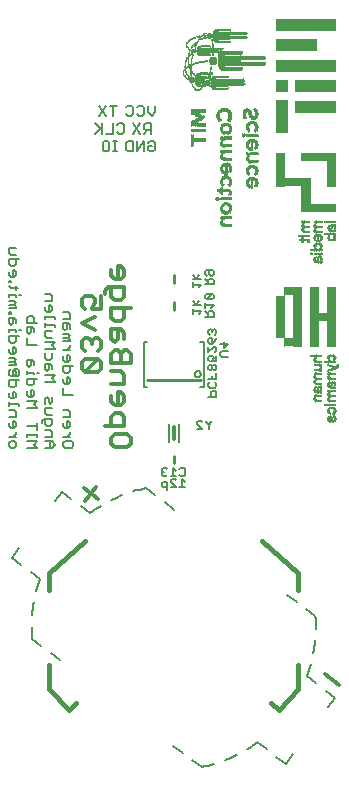
<source format=gbr>
G75*
%MOIN*%
%OFA0B0*%
%FSLAX25Y25*%
%IPPOS*%
%LPD*%
%AMOC8*
5,1,8,0,0,1.08239X$1,22.5*
%
%ADD10R,0.00100X0.01100*%
%ADD11R,0.00100X0.01200*%
%ADD12R,0.00100X0.01300*%
%ADD13R,0.00100X0.01400*%
%ADD14R,0.00100X0.01500*%
%ADD15R,0.00100X0.01000*%
%ADD16R,0.00100X0.00400*%
%ADD17R,0.00100X0.00200*%
%ADD18R,0.00100X0.00800*%
%ADD19R,0.00100X0.00900*%
%ADD20R,0.00100X0.19900*%
%ADD21R,0.00100X0.02800*%
%ADD22R,0.00100X0.11400*%
%ADD23R,0.00100X0.01700*%
%ADD24R,0.00100X0.01600*%
%ADD25R,0.00100X0.02900*%
%ADD26R,0.00100X0.04200*%
%ADD27R,0.00100X0.04100*%
%ADD28R,0.00100X0.02000*%
%ADD29R,0.00100X0.01800*%
%ADD30R,0.00100X0.02500*%
%ADD31R,0.00100X0.02400*%
%ADD32R,0.00100X0.02200*%
%ADD33R,0.00100X0.02600*%
%ADD34R,0.00100X0.02300*%
%ADD35R,0.00100X0.02700*%
%ADD36R,0.00100X0.00700*%
%ADD37R,0.00100X0.02100*%
%ADD38R,0.00100X0.01900*%
%ADD39R,0.00100X0.04000*%
%ADD40R,0.00100X0.00600*%
%ADD41R,0.00100X0.00100*%
%ADD42R,0.00100X0.19700*%
%ADD43R,0.00100X0.11300*%
%ADD44R,0.00100X0.11000*%
%ADD45R,0.00100X0.19800*%
%ADD46R,0.00100X0.14300*%
%ADD47R,0.00100X0.14200*%
%ADD48C,0.00600*%
%ADD49R,0.00200X0.00800*%
%ADD50R,0.00200X0.01000*%
%ADD51R,0.00200X0.01200*%
%ADD52R,0.00200X0.01400*%
%ADD53R,0.00200X0.01600*%
%ADD54R,0.00200X0.00600*%
%ADD55R,0.00200X0.02000*%
%ADD56R,0.00200X0.01800*%
%ADD57R,0.00200X0.02800*%
%ADD58R,0.00200X0.02400*%
%ADD59R,0.00200X0.02600*%
%ADD60R,0.00200X0.03400*%
%ADD61R,0.00200X0.03000*%
%ADD62R,0.00200X0.03600*%
%ADD63R,0.00200X0.03200*%
%ADD64R,0.00200X0.04000*%
%ADD65R,0.00200X0.00400*%
%ADD66R,0.00200X0.00200*%
%ADD67R,0.00200X0.03800*%
%ADD68R,0.00200X0.02200*%
%ADD69R,0.00200X0.04200*%
%ADD70R,0.00200X0.06400*%
%ADD71R,0.00200X0.06600*%
%ADD72R,0.00200X0.06200*%
%ADD73R,0.00200X0.06000*%
%ADD74R,0.00200X0.05600*%
%ADD75R,0.00200X0.04600*%
%ADD76R,0.00200X0.04400*%
%ADD77R,0.00200X0.05000*%
%ADD78R,0.00200X0.05200*%
%ADD79R,0.00200X0.04800*%
%ADD80C,0.01200*%
%ADD81C,0.01600*%
%ADD82C,0.00800*%
%ADD83C,0.00500*%
%ADD84C,0.01000*%
D10*
X0114058Y0135377D03*
X0113058Y0134777D03*
X0112958Y0134777D03*
X0112858Y0134777D03*
X0112758Y0128377D03*
X0112577Y0179264D03*
X0111358Y0125377D03*
X0111258Y0123877D03*
X0111258Y0126877D03*
X0111258Y0131177D03*
X0111258Y0136977D03*
X0111258Y0138577D03*
X0108677Y0178064D03*
X0108558Y0135277D03*
X0108177Y0171664D03*
X0107958Y0134177D03*
X0107958Y0135677D03*
X0107977Y0174264D03*
X0107558Y0128177D03*
X0107577Y0171564D03*
X0106758Y0131177D03*
X0106758Y0138577D03*
X0106777Y0181764D03*
X0106658Y0123877D03*
X0106658Y0132677D03*
X0106658Y0137077D03*
X0106677Y0174264D03*
X0106677Y0175864D03*
X0106677Y0180264D03*
X0106058Y0124277D03*
X0106058Y0129977D03*
X0106077Y0175364D03*
X0104477Y0177064D03*
X0102677Y0181764D03*
X0102677Y0183364D03*
D11*
X0113958Y0135327D03*
X0113258Y0120427D03*
X0113158Y0129427D03*
X0113158Y0138027D03*
X0113177Y0178114D03*
X0112777Y0180714D03*
X0112658Y0137027D03*
X0112658Y0138527D03*
X0112677Y0177714D03*
X0112258Y0117127D03*
X0112158Y0129727D03*
X0112177Y0182014D03*
X0111258Y0132627D03*
X0111277Y0179214D03*
X0110758Y0125827D03*
X0108558Y0127927D03*
X0108577Y0175314D03*
X0108158Y0126827D03*
X0108177Y0170214D03*
X0106658Y0125327D03*
X0106658Y0138527D03*
X0106677Y0183314D03*
X0106158Y0131627D03*
X0104377Y0177114D03*
X0103977Y0177214D03*
X0102077Y0180614D03*
X0102077Y0182214D03*
D12*
X0113858Y0135277D03*
X0113258Y0117677D03*
X0113177Y0181764D03*
X0112758Y0134777D03*
X0112658Y0134777D03*
X0112677Y0179164D03*
X0111658Y0128477D03*
X0111558Y0118277D03*
X0110758Y0124177D03*
X0110758Y0131577D03*
X0110758Y0138077D03*
X0110658Y0120477D03*
X0108577Y0171264D03*
X0106158Y0124277D03*
X0106158Y0129977D03*
X0106158Y0137377D03*
X0106177Y0175364D03*
X0106177Y0182264D03*
X0106077Y0178064D03*
X0104277Y0177164D03*
X0104177Y0177164D03*
X0104077Y0177164D03*
D13*
X0113758Y0135227D03*
X0113658Y0135227D03*
X0112558Y0134827D03*
X0112058Y0129527D03*
X0112077Y0181814D03*
X0111677Y0180814D03*
X0111258Y0125327D03*
X0110858Y0125827D03*
X0110777Y0178114D03*
X0110658Y0117727D03*
X0110658Y0129027D03*
X0110677Y0181314D03*
X0108458Y0127927D03*
X0108477Y0171314D03*
X0107458Y0128027D03*
X0106658Y0131127D03*
X0106677Y0181714D03*
X0106258Y0131627D03*
X0106277Y0182214D03*
X0106177Y0180614D03*
X0102177Y0180614D03*
X0102177Y0182214D03*
D14*
X0113558Y0135177D03*
X0113058Y0129477D03*
X0113058Y0138077D03*
X0112458Y0134777D03*
X0112358Y0134777D03*
X0110858Y0124177D03*
X0110858Y0131577D03*
X0108577Y0178064D03*
X0108458Y0135277D03*
X0108477Y0175364D03*
X0107477Y0171364D03*
X0107058Y0126977D03*
X0107077Y0170364D03*
X0106258Y0124277D03*
X0106258Y0129977D03*
X0106277Y0180564D03*
X0106058Y0127477D03*
X0106077Y0170864D03*
D15*
X0113458Y0134927D03*
X0113358Y0134827D03*
X0113258Y0129427D03*
X0113277Y0178114D03*
X0112758Y0118427D03*
X0112758Y0129827D03*
X0112777Y0182214D03*
X0112658Y0119727D03*
X0112677Y0180614D03*
X0112558Y0136927D03*
X0112558Y0138627D03*
X0112577Y0177614D03*
X0112458Y0136927D03*
X0112477Y0177514D03*
X0112477Y0179314D03*
X0112358Y0138727D03*
X0112377Y0179314D03*
X0112277Y0182214D03*
X0111577Y0180614D03*
X0111458Y0132727D03*
X0111477Y0179314D03*
X0111358Y0126927D03*
X0111358Y0131127D03*
X0111358Y0132727D03*
X0111358Y0136927D03*
X0111358Y0138627D03*
X0111377Y0179314D03*
X0111258Y0121227D03*
X0111277Y0177614D03*
X0111158Y0128327D03*
X0111158Y0129727D03*
X0110758Y0135727D03*
X0110658Y0124227D03*
X0110658Y0125827D03*
X0110658Y0131527D03*
X0110658Y0138027D03*
X0110677Y0178114D03*
X0108577Y0172914D03*
X0108158Y0128327D03*
X0108058Y0126727D03*
X0108077Y0170114D03*
X0108077Y0177314D03*
X0108077Y0178814D03*
X0107958Y0126727D03*
X0107977Y0175914D03*
X0107858Y0134127D03*
X0107877Y0174214D03*
X0107677Y0171714D03*
X0107677Y0176014D03*
X0106958Y0126727D03*
X0106977Y0170114D03*
X0106977Y0176014D03*
X0106858Y0138627D03*
X0106877Y0183414D03*
X0106758Y0123827D03*
X0106758Y0125427D03*
X0106758Y0132727D03*
X0106777Y0174214D03*
X0106777Y0175914D03*
X0106777Y0183414D03*
X0106658Y0129627D03*
X0106577Y0177414D03*
X0106577Y0178814D03*
X0106058Y0131627D03*
X0106058Y0137427D03*
X0106077Y0180614D03*
X0106077Y0182214D03*
X0105977Y0170814D03*
X0105077Y0172914D03*
X0104577Y0177014D03*
X0102777Y0183414D03*
X0102677Y0180214D03*
X0101977Y0180614D03*
D16*
X0113358Y0117727D03*
X0113358Y0120427D03*
X0101877Y0180614D03*
X0101877Y0182214D03*
D17*
X0113358Y0138027D03*
D18*
X0113258Y0122527D03*
X0113258Y0123727D03*
X0113258Y0125427D03*
X0113258Y0127027D03*
X0113258Y0128127D03*
X0113258Y0131027D03*
X0113258Y0132827D03*
X0113258Y0136827D03*
X0113277Y0179314D03*
X0113277Y0180514D03*
X0113277Y0183414D03*
X0113158Y0122527D03*
X0113158Y0123727D03*
X0113158Y0127027D03*
X0113158Y0136827D03*
X0113177Y0180514D03*
X0113058Y0122527D03*
X0113058Y0123727D03*
X0113058Y0127027D03*
X0113058Y0128227D03*
X0113058Y0136827D03*
X0112958Y0122527D03*
X0112958Y0123727D03*
X0112958Y0127027D03*
X0112858Y0122527D03*
X0112858Y0123727D03*
X0112858Y0127027D03*
X0112758Y0122527D03*
X0112758Y0123727D03*
X0112758Y0127027D03*
X0112658Y0116927D03*
X0112658Y0122527D03*
X0112658Y0123727D03*
X0112658Y0127027D03*
X0112658Y0129927D03*
X0112558Y0116927D03*
X0112558Y0122527D03*
X0112558Y0123727D03*
X0112558Y0127027D03*
X0112558Y0129927D03*
X0112577Y0182314D03*
X0112458Y0116927D03*
X0112458Y0118627D03*
X0112458Y0122527D03*
X0112458Y0123727D03*
X0112458Y0127027D03*
X0112458Y0128227D03*
X0112458Y0129927D03*
X0112477Y0182314D03*
X0112358Y0122527D03*
X0112358Y0123727D03*
X0112358Y0127027D03*
X0112358Y0128227D03*
X0112358Y0129927D03*
X0112258Y0122527D03*
X0112258Y0123727D03*
X0112258Y0127027D03*
X0112258Y0128227D03*
X0112158Y0122527D03*
X0112158Y0123727D03*
X0112158Y0127027D03*
X0112158Y0128227D03*
X0112158Y0134327D03*
X0112158Y0135227D03*
X0112158Y0136827D03*
X0112058Y0122527D03*
X0112058Y0123727D03*
X0112058Y0127027D03*
X0112058Y0128227D03*
X0112058Y0134327D03*
X0112058Y0135227D03*
X0112058Y0136827D03*
X0112077Y0177414D03*
X0111958Y0122527D03*
X0111958Y0123727D03*
X0111958Y0127027D03*
X0111958Y0135327D03*
X0111958Y0136827D03*
X0111977Y0177414D03*
X0111858Y0122527D03*
X0111858Y0123727D03*
X0111858Y0127027D03*
X0111858Y0134227D03*
X0111858Y0135327D03*
X0111858Y0136827D03*
X0111877Y0177414D03*
X0111758Y0122527D03*
X0111758Y0123727D03*
X0111758Y0127027D03*
X0111758Y0134227D03*
X0111758Y0136827D03*
X0111658Y0122527D03*
X0111658Y0123727D03*
X0111658Y0127027D03*
X0111658Y0134227D03*
X0111658Y0135427D03*
X0111558Y0122527D03*
X0111558Y0123727D03*
X0111558Y0127027D03*
X0111558Y0134127D03*
X0111558Y0135427D03*
X0111458Y0122527D03*
X0111458Y0128227D03*
X0111458Y0134127D03*
X0111358Y0116927D03*
X0111358Y0118527D03*
X0111358Y0122527D03*
X0111358Y0128227D03*
X0111358Y0129827D03*
X0111358Y0134127D03*
X0111377Y0182214D03*
X0111258Y0116927D03*
X0111258Y0118527D03*
X0111258Y0122527D03*
X0111258Y0134027D03*
X0111277Y0182114D03*
X0111158Y0117027D03*
X0111158Y0122527D03*
X0111158Y0134027D03*
X0111058Y0122527D03*
X0110958Y0122527D03*
X0110858Y0122527D03*
X0110858Y0127027D03*
X0110858Y0132827D03*
X0110858Y0133927D03*
X0110758Y0122527D03*
X0110758Y0127027D03*
X0110758Y0132827D03*
X0110758Y0136827D03*
X0110658Y0122527D03*
X0110658Y0127027D03*
X0110658Y0132827D03*
X0110558Y0117727D03*
X0110558Y0129027D03*
X0110158Y0122527D03*
X0110058Y0122527D03*
X0109958Y0122527D03*
X0109858Y0122527D03*
X0109758Y0122527D03*
X0109658Y0122527D03*
X0109558Y0122527D03*
X0109558Y0136827D03*
X0109577Y0179314D03*
X0109577Y0183414D03*
X0108658Y0123727D03*
X0108658Y0126627D03*
X0108658Y0129527D03*
X0108658Y0132827D03*
X0108658Y0134027D03*
X0108658Y0136927D03*
X0108658Y0138627D03*
X0108677Y0170014D03*
X0108677Y0172914D03*
X0108677Y0174114D03*
X0108677Y0180114D03*
X0108677Y0181814D03*
X0108677Y0183414D03*
X0108558Y0126627D03*
X0108558Y0129527D03*
X0108558Y0132827D03*
X0108558Y0134027D03*
X0108577Y0170014D03*
X0108458Y0123727D03*
X0108458Y0129527D03*
X0108458Y0132827D03*
X0108458Y0134027D03*
X0108458Y0136927D03*
X0108477Y0172914D03*
X0108477Y0174114D03*
X0108358Y0123727D03*
X0108358Y0129527D03*
X0108358Y0132827D03*
X0108358Y0136927D03*
X0108377Y0172914D03*
X0108258Y0123727D03*
X0108258Y0129527D03*
X0108258Y0132827D03*
X0108258Y0136927D03*
X0108277Y0172914D03*
X0108158Y0123727D03*
X0108158Y0129527D03*
X0108158Y0132827D03*
X0108158Y0136927D03*
X0108177Y0172914D03*
X0108058Y0123727D03*
X0108058Y0129527D03*
X0108058Y0132827D03*
X0108058Y0136927D03*
X0108077Y0172914D03*
X0107958Y0123727D03*
X0107958Y0128427D03*
X0107958Y0129527D03*
X0107958Y0132827D03*
X0107958Y0136927D03*
X0107977Y0172914D03*
X0107858Y0123727D03*
X0107858Y0128427D03*
X0107858Y0129527D03*
X0107858Y0132827D03*
X0107858Y0136927D03*
X0107877Y0171814D03*
X0107877Y0172914D03*
X0107758Y0123727D03*
X0107758Y0129527D03*
X0107758Y0132827D03*
X0107758Y0136927D03*
X0107777Y0172914D03*
X0107658Y0123727D03*
X0107658Y0129527D03*
X0107658Y0132827D03*
X0107658Y0136927D03*
X0107677Y0172914D03*
X0107677Y0179014D03*
X0107558Y0123727D03*
X0107558Y0129527D03*
X0107558Y0132827D03*
X0107558Y0136927D03*
X0107577Y0172914D03*
X0107577Y0174114D03*
X0107577Y0179014D03*
X0107458Y0123727D03*
X0107458Y0129527D03*
X0107458Y0132827D03*
X0107458Y0134027D03*
X0107458Y0136927D03*
X0107477Y0172914D03*
X0107477Y0174114D03*
X0107358Y0123727D03*
X0107358Y0129527D03*
X0107358Y0132827D03*
X0107358Y0136927D03*
X0107377Y0172914D03*
X0107377Y0174114D03*
X0107258Y0123727D03*
X0107258Y0129527D03*
X0107258Y0132827D03*
X0107258Y0136927D03*
X0107277Y0172914D03*
X0107277Y0174114D03*
X0107158Y0123727D03*
X0107158Y0129527D03*
X0107158Y0132827D03*
X0107158Y0136927D03*
X0107177Y0172914D03*
X0107177Y0174114D03*
X0107058Y0123727D03*
X0107058Y0129527D03*
X0107058Y0132827D03*
X0107058Y0136927D03*
X0107077Y0172914D03*
X0107077Y0174114D03*
X0107077Y0180114D03*
X0106958Y0129527D03*
X0106958Y0136927D03*
X0106977Y0172914D03*
X0106977Y0179014D03*
X0106858Y0129527D03*
X0106877Y0172914D03*
X0106877Y0177214D03*
X0106758Y0128327D03*
X0106777Y0172914D03*
X0106658Y0126727D03*
X0106677Y0170114D03*
X0106677Y0172914D03*
X0106577Y0172914D03*
X0106477Y0172914D03*
X0106377Y0172914D03*
X0106258Y0125527D03*
X0106258Y0132827D03*
X0106277Y0172914D03*
X0106158Y0125527D03*
X0106158Y0132827D03*
X0106177Y0172914D03*
X0106177Y0174114D03*
X0106058Y0132827D03*
X0106077Y0172914D03*
X0106077Y0174114D03*
X0105977Y0174114D03*
X0105977Y0175314D03*
X0105977Y0178114D03*
X0105877Y0174114D03*
X0105777Y0174114D03*
X0105677Y0174114D03*
X0105577Y0172914D03*
X0105577Y0174114D03*
X0105477Y0172914D03*
X0105477Y0174114D03*
X0105377Y0172914D03*
X0105377Y0174114D03*
X0105277Y0172914D03*
X0105277Y0174114D03*
X0105177Y0172914D03*
X0105177Y0174114D03*
X0104977Y0172914D03*
X0104977Y0174114D03*
X0104577Y0180114D03*
X0104577Y0183414D03*
X0103877Y0177414D03*
X0103777Y0177414D03*
X0103677Y0177414D03*
X0103577Y0177414D03*
X0103477Y0177414D03*
X0103377Y0177414D03*
X0103277Y0177414D03*
X0103177Y0177414D03*
X0103077Y0177414D03*
X0102977Y0177414D03*
X0102877Y0177414D03*
X0102777Y0177414D03*
X0102677Y0177414D03*
X0102577Y0177414D03*
X0101977Y0183414D03*
X0101877Y0177414D03*
X0101777Y0177414D03*
X0101677Y0177414D03*
X0101577Y0177414D03*
X0101577Y0178914D03*
X0101477Y0177414D03*
X0101377Y0177414D03*
X0101277Y0177414D03*
X0101177Y0177414D03*
X0101077Y0177414D03*
D19*
X0113258Y0134777D03*
X0113258Y0138077D03*
X0113277Y0181764D03*
X0113158Y0125377D03*
X0113158Y0128177D03*
X0113158Y0131077D03*
X0113158Y0132777D03*
X0113158Y0134777D03*
X0113177Y0179364D03*
X0113177Y0183464D03*
X0113058Y0125377D03*
X0113058Y0131077D03*
X0113058Y0132777D03*
X0113077Y0183464D03*
X0112958Y0125377D03*
X0112958Y0131077D03*
X0112958Y0132777D03*
X0112977Y0183464D03*
X0112858Y0125377D03*
X0112858Y0131077D03*
X0112858Y0132777D03*
X0112877Y0183464D03*
X0112758Y0116977D03*
X0112758Y0125377D03*
X0112758Y0131077D03*
X0112758Y0132777D03*
X0112777Y0183464D03*
X0112658Y0118477D03*
X0112658Y0121177D03*
X0112658Y0125377D03*
X0112658Y0128277D03*
X0112658Y0131077D03*
X0112658Y0132777D03*
X0112677Y0182264D03*
X0112677Y0183464D03*
X0112558Y0118577D03*
X0112558Y0119677D03*
X0112558Y0121277D03*
X0112558Y0125377D03*
X0112558Y0128277D03*
X0112558Y0131077D03*
X0112558Y0132777D03*
X0112577Y0180564D03*
X0112577Y0183464D03*
X0112458Y0119577D03*
X0112458Y0121277D03*
X0112458Y0125377D03*
X0112458Y0131077D03*
X0112458Y0132777D03*
X0112458Y0138677D03*
X0112477Y0180564D03*
X0112477Y0183464D03*
X0112358Y0116977D03*
X0112358Y0119577D03*
X0112358Y0121377D03*
X0112358Y0125377D03*
X0112358Y0131077D03*
X0112358Y0132777D03*
X0112358Y0136877D03*
X0112377Y0177464D03*
X0112377Y0180564D03*
X0112377Y0182264D03*
X0112377Y0183464D03*
X0112258Y0121377D03*
X0112258Y0125377D03*
X0112258Y0129877D03*
X0112258Y0131077D03*
X0112258Y0132777D03*
X0112258Y0136877D03*
X0112258Y0138777D03*
X0112277Y0177464D03*
X0112277Y0179364D03*
X0112277Y0180564D03*
X0112277Y0183464D03*
X0112158Y0121377D03*
X0112158Y0125377D03*
X0112158Y0131077D03*
X0112158Y0132777D03*
X0112158Y0138777D03*
X0112177Y0177464D03*
X0112177Y0179364D03*
X0112177Y0180564D03*
X0112177Y0183464D03*
X0112058Y0121377D03*
X0112058Y0125377D03*
X0112058Y0131077D03*
X0112058Y0132777D03*
X0112058Y0138777D03*
X0112077Y0179364D03*
X0112077Y0180564D03*
X0112077Y0183464D03*
X0111958Y0121377D03*
X0111958Y0125377D03*
X0111958Y0131077D03*
X0111958Y0132777D03*
X0111958Y0134277D03*
X0111958Y0138777D03*
X0111977Y0179364D03*
X0111977Y0183464D03*
X0111858Y0121377D03*
X0111858Y0125377D03*
X0111858Y0131077D03*
X0111858Y0132777D03*
X0111858Y0138777D03*
X0111877Y0179364D03*
X0111877Y0183464D03*
X0111758Y0121377D03*
X0111758Y0125377D03*
X0111758Y0131077D03*
X0111758Y0132777D03*
X0111758Y0135377D03*
X0111758Y0138777D03*
X0111777Y0177464D03*
X0111777Y0179364D03*
X0111777Y0183464D03*
X0111658Y0121377D03*
X0111658Y0125377D03*
X0111658Y0131077D03*
X0111658Y0132777D03*
X0111658Y0136877D03*
X0111658Y0138777D03*
X0111677Y0177464D03*
X0111677Y0179364D03*
X0111677Y0183464D03*
X0111558Y0121377D03*
X0111558Y0125377D03*
X0111558Y0128277D03*
X0111558Y0131077D03*
X0111558Y0132777D03*
X0111558Y0136877D03*
X0111558Y0138777D03*
X0111577Y0177464D03*
X0111577Y0179364D03*
X0111577Y0183464D03*
X0111458Y0118477D03*
X0111458Y0119577D03*
X0111458Y0121377D03*
X0111458Y0123777D03*
X0111458Y0125377D03*
X0111458Y0126977D03*
X0111458Y0131077D03*
X0111458Y0135477D03*
X0111458Y0136877D03*
X0111458Y0138677D03*
X0111477Y0177464D03*
X0111477Y0180564D03*
X0111477Y0183464D03*
X0111358Y0119677D03*
X0111358Y0121277D03*
X0111358Y0123777D03*
X0111358Y0135477D03*
X0111377Y0177564D03*
X0111377Y0180564D03*
X0111377Y0183464D03*
X0111258Y0119677D03*
X0111258Y0128277D03*
X0111258Y0129777D03*
X0111258Y0135577D03*
X0111277Y0180564D03*
X0111277Y0183464D03*
X0111158Y0118477D03*
X0111158Y0135577D03*
X0111177Y0180664D03*
X0111177Y0182064D03*
X0111177Y0183464D03*
X0111058Y0133977D03*
X0111058Y0135577D03*
X0111077Y0183464D03*
X0110958Y0133977D03*
X0110958Y0135677D03*
X0110977Y0183464D03*
X0110858Y0135677D03*
X0110877Y0183464D03*
X0110758Y0133877D03*
X0110777Y0179364D03*
X0110777Y0183464D03*
X0110658Y0133877D03*
X0110658Y0135777D03*
X0110658Y0136877D03*
X0110677Y0179364D03*
X0110677Y0183464D03*
X0110558Y0136877D03*
X0110577Y0179364D03*
X0110577Y0181364D03*
X0110577Y0183464D03*
X0110458Y0136877D03*
X0110477Y0179364D03*
X0110477Y0183464D03*
X0110358Y0136877D03*
X0110377Y0179364D03*
X0110377Y0183464D03*
X0110258Y0136877D03*
X0110277Y0179364D03*
X0110277Y0183464D03*
X0110158Y0136877D03*
X0110177Y0179364D03*
X0110177Y0183464D03*
X0110058Y0136877D03*
X0110077Y0179364D03*
X0110077Y0183464D03*
X0109958Y0136877D03*
X0109977Y0179364D03*
X0109977Y0183464D03*
X0109858Y0136877D03*
X0109877Y0179364D03*
X0109877Y0183464D03*
X0109758Y0136877D03*
X0109777Y0179364D03*
X0109777Y0183464D03*
X0109658Y0136877D03*
X0109677Y0179364D03*
X0109677Y0183464D03*
X0108658Y0127877D03*
X0108658Y0135277D03*
X0108677Y0171264D03*
X0108677Y0175364D03*
X0108558Y0123777D03*
X0108558Y0125477D03*
X0108558Y0131177D03*
X0108558Y0136877D03*
X0108558Y0138677D03*
X0108577Y0174064D03*
X0108577Y0180164D03*
X0108577Y0181764D03*
X0108577Y0183464D03*
X0108458Y0125477D03*
X0108458Y0126677D03*
X0108458Y0131177D03*
X0108458Y0138677D03*
X0108477Y0170064D03*
X0108477Y0180164D03*
X0108477Y0181764D03*
X0108477Y0183464D03*
X0108358Y0125477D03*
X0108358Y0131177D03*
X0108358Y0138677D03*
X0108377Y0180164D03*
X0108377Y0181764D03*
X0108377Y0183464D03*
X0108258Y0125477D03*
X0108258Y0131177D03*
X0108258Y0138677D03*
X0108277Y0180164D03*
X0108277Y0181764D03*
X0108277Y0183464D03*
X0108158Y0125477D03*
X0108158Y0131177D03*
X0108158Y0138677D03*
X0108177Y0180164D03*
X0108177Y0181764D03*
X0108177Y0183464D03*
X0108058Y0125477D03*
X0108058Y0128377D03*
X0108058Y0131177D03*
X0108058Y0138677D03*
X0108077Y0171764D03*
X0108077Y0180164D03*
X0108077Y0181764D03*
X0108077Y0183464D03*
X0107958Y0125477D03*
X0107958Y0131177D03*
X0107958Y0138677D03*
X0107977Y0170064D03*
X0107977Y0171764D03*
X0107977Y0177164D03*
X0107977Y0178864D03*
X0107977Y0180164D03*
X0107977Y0181764D03*
X0107977Y0183464D03*
X0107858Y0125477D03*
X0107858Y0126677D03*
X0107858Y0131177D03*
X0107858Y0135777D03*
X0107858Y0138677D03*
X0107877Y0170064D03*
X0107877Y0175964D03*
X0107877Y0178964D03*
X0107877Y0180164D03*
X0107877Y0181764D03*
X0107877Y0183464D03*
X0107758Y0125477D03*
X0107758Y0126677D03*
X0107758Y0128377D03*
X0107758Y0131177D03*
X0107758Y0134077D03*
X0107758Y0135777D03*
X0107758Y0138677D03*
X0107777Y0170064D03*
X0107777Y0171764D03*
X0107777Y0174164D03*
X0107777Y0175964D03*
X0107777Y0178964D03*
X0107777Y0180164D03*
X0107777Y0181764D03*
X0107777Y0183464D03*
X0107658Y0125477D03*
X0107658Y0126677D03*
X0107658Y0128377D03*
X0107658Y0131177D03*
X0107658Y0134077D03*
X0107658Y0135777D03*
X0107658Y0138677D03*
X0107677Y0170064D03*
X0107677Y0174164D03*
X0107677Y0180164D03*
X0107677Y0181764D03*
X0107677Y0183464D03*
X0107558Y0125477D03*
X0107558Y0126677D03*
X0107558Y0131177D03*
X0107558Y0134077D03*
X0107558Y0135777D03*
X0107558Y0138677D03*
X0107577Y0170064D03*
X0107577Y0176064D03*
X0107577Y0180164D03*
X0107577Y0181764D03*
X0107577Y0183464D03*
X0107458Y0125477D03*
X0107458Y0126677D03*
X0107458Y0131177D03*
X0107458Y0135777D03*
X0107458Y0138677D03*
X0107477Y0170064D03*
X0107477Y0176064D03*
X0107477Y0180164D03*
X0107477Y0181764D03*
X0107477Y0183464D03*
X0107358Y0125477D03*
X0107358Y0131177D03*
X0107358Y0134077D03*
X0107358Y0135777D03*
X0107358Y0138677D03*
X0107377Y0176064D03*
X0107377Y0180164D03*
X0107377Y0181764D03*
X0107377Y0183464D03*
X0107258Y0125477D03*
X0107258Y0131177D03*
X0107258Y0134077D03*
X0107258Y0135777D03*
X0107258Y0138677D03*
X0107277Y0176064D03*
X0107277Y0180164D03*
X0107277Y0181764D03*
X0107277Y0183464D03*
X0107158Y0125477D03*
X0107158Y0131177D03*
X0107158Y0134077D03*
X0107158Y0135777D03*
X0107158Y0138677D03*
X0107177Y0176064D03*
X0107177Y0180164D03*
X0107177Y0181764D03*
X0107177Y0183464D03*
X0107058Y0125477D03*
X0107058Y0131177D03*
X0107058Y0134077D03*
X0107058Y0135777D03*
X0107058Y0138677D03*
X0107077Y0176064D03*
X0107077Y0181764D03*
X0107077Y0183464D03*
X0106958Y0123777D03*
X0106958Y0125477D03*
X0106958Y0131177D03*
X0106958Y0132777D03*
X0106958Y0134077D03*
X0106958Y0135777D03*
X0106958Y0138677D03*
X0106977Y0174164D03*
X0106977Y0177164D03*
X0106977Y0180164D03*
X0106977Y0181764D03*
X0106977Y0183464D03*
X0106858Y0123777D03*
X0106858Y0125477D03*
X0106858Y0126677D03*
X0106858Y0131177D03*
X0106858Y0132777D03*
X0106858Y0134077D03*
X0106858Y0135777D03*
X0106858Y0136977D03*
X0106877Y0170064D03*
X0106877Y0174164D03*
X0106877Y0175964D03*
X0106877Y0178964D03*
X0106877Y0180164D03*
X0106877Y0181764D03*
X0106758Y0126677D03*
X0106758Y0129577D03*
X0106758Y0134077D03*
X0106758Y0135777D03*
X0106758Y0136977D03*
X0106777Y0170064D03*
X0106777Y0171664D03*
X0106777Y0177264D03*
X0106777Y0178964D03*
X0106777Y0180164D03*
X0106658Y0128277D03*
X0106658Y0134077D03*
X0106658Y0135777D03*
X0106677Y0171664D03*
X0106677Y0177264D03*
X0106677Y0178864D03*
X0106558Y0126777D03*
X0106558Y0128177D03*
X0106558Y0134077D03*
X0106558Y0135777D03*
X0106577Y0170164D03*
X0106577Y0171564D03*
X0106458Y0134077D03*
X0106458Y0135777D03*
X0106358Y0134077D03*
X0106358Y0135777D03*
X0106258Y0134077D03*
X0106258Y0135777D03*
X0106277Y0183464D03*
X0106158Y0134077D03*
X0106158Y0135777D03*
X0106158Y0138677D03*
X0106177Y0183464D03*
X0106058Y0125477D03*
X0106058Y0134077D03*
X0106058Y0135777D03*
X0106058Y0138677D03*
X0106077Y0183464D03*
X0105958Y0127477D03*
X0105958Y0138677D03*
X0105858Y0138677D03*
X0105758Y0138677D03*
X0105658Y0138677D03*
X0105558Y0138677D03*
X0105458Y0138677D03*
X0105358Y0138677D03*
X0105258Y0138677D03*
X0105158Y0138677D03*
X0105058Y0138677D03*
X0105077Y0174064D03*
X0104958Y0138677D03*
X0104577Y0178864D03*
X0104577Y0181764D03*
X0104477Y0178864D03*
X0104477Y0180164D03*
X0104477Y0181764D03*
X0104477Y0183464D03*
X0104377Y0178864D03*
X0104377Y0180164D03*
X0104377Y0181764D03*
X0104377Y0183464D03*
X0104277Y0178864D03*
X0104277Y0180164D03*
X0104277Y0181764D03*
X0104277Y0183464D03*
X0104177Y0178864D03*
X0104177Y0180164D03*
X0104177Y0181764D03*
X0104177Y0183464D03*
X0104077Y0178864D03*
X0104077Y0180164D03*
X0104077Y0181764D03*
X0104077Y0183464D03*
X0103977Y0178864D03*
X0103977Y0180164D03*
X0103977Y0181764D03*
X0103977Y0183464D03*
X0103877Y0178864D03*
X0103877Y0180164D03*
X0103877Y0181764D03*
X0103877Y0183464D03*
X0103777Y0178864D03*
X0103777Y0180164D03*
X0103777Y0181764D03*
X0103777Y0183464D03*
X0103677Y0178864D03*
X0103677Y0180164D03*
X0103677Y0181764D03*
X0103677Y0183464D03*
X0103577Y0178864D03*
X0103577Y0180164D03*
X0103577Y0181764D03*
X0103577Y0183464D03*
X0103477Y0178864D03*
X0103477Y0180164D03*
X0103477Y0181764D03*
X0103477Y0183464D03*
X0103377Y0178864D03*
X0103377Y0180164D03*
X0103377Y0181764D03*
X0103377Y0183464D03*
X0103277Y0178864D03*
X0103277Y0180164D03*
X0103277Y0181764D03*
X0103277Y0183464D03*
X0103177Y0178864D03*
X0103177Y0180164D03*
X0103177Y0181764D03*
X0103177Y0183464D03*
X0103077Y0178864D03*
X0103077Y0180164D03*
X0103077Y0181764D03*
X0103077Y0183464D03*
X0102977Y0178864D03*
X0102977Y0180164D03*
X0102977Y0181764D03*
X0102977Y0183464D03*
X0102877Y0178864D03*
X0102877Y0180164D03*
X0102877Y0181764D03*
X0102877Y0183464D03*
X0102777Y0178864D03*
X0102777Y0180164D03*
X0102777Y0181764D03*
X0102677Y0178864D03*
X0102577Y0178864D03*
X0102477Y0178864D03*
X0102377Y0178864D03*
X0102277Y0178864D03*
X0102177Y0178864D03*
X0102177Y0183464D03*
X0102077Y0178864D03*
X0102077Y0183464D03*
X0101977Y0178864D03*
X0101977Y0182264D03*
X0101477Y0178864D03*
X0101377Y0178864D03*
X0101277Y0178864D03*
X0101177Y0178864D03*
X0101077Y0178864D03*
X0100977Y0178864D03*
D20*
X0113258Y0151877D03*
X0113158Y0151877D03*
X0113058Y0151877D03*
X0112958Y0151877D03*
X0112858Y0151877D03*
X0112758Y0151877D03*
X0112658Y0151877D03*
X0112558Y0151877D03*
X0112458Y0151877D03*
X0112358Y0151877D03*
X0112258Y0151877D03*
X0112158Y0151877D03*
X0112058Y0151877D03*
X0111958Y0151877D03*
X0111858Y0151877D03*
X0111758Y0151877D03*
X0111658Y0151877D03*
X0111558Y0151877D03*
X0111458Y0151877D03*
X0111358Y0151877D03*
X0111258Y0151877D03*
X0111158Y0151877D03*
X0111058Y0151877D03*
X0110958Y0151877D03*
X0110858Y0151877D03*
X0110758Y0151877D03*
X0110658Y0151877D03*
X0110558Y0151877D03*
X0110458Y0151877D03*
X0107558Y0151877D03*
X0107458Y0151877D03*
X0107358Y0151877D03*
X0107258Y0151877D03*
X0107158Y0151877D03*
X0107058Y0151877D03*
X0106958Y0151877D03*
X0106858Y0151877D03*
X0106758Y0151877D03*
X0106658Y0151877D03*
X0106558Y0151877D03*
X0106458Y0151877D03*
X0106358Y0151877D03*
X0106258Y0151877D03*
X0106158Y0151877D03*
X0106058Y0151877D03*
X0105958Y0151877D03*
X0105858Y0151877D03*
X0105758Y0151877D03*
X0105658Y0151877D03*
X0105558Y0151877D03*
X0105458Y0151877D03*
X0105358Y0151877D03*
X0105258Y0151877D03*
X0105158Y0151877D03*
X0105058Y0151877D03*
X0104958Y0151877D03*
X0104858Y0151877D03*
X0101858Y0151877D03*
X0101758Y0151877D03*
X0101658Y0151877D03*
X0101558Y0151877D03*
X0101458Y0151877D03*
X0101358Y0151877D03*
X0101258Y0151877D03*
X0101158Y0151877D03*
X0101058Y0151877D03*
X0100958Y0151877D03*
X0100858Y0151877D03*
X0100758Y0151877D03*
X0100658Y0151877D03*
X0100558Y0151877D03*
X0100458Y0151877D03*
X0100358Y0151877D03*
X0100258Y0151877D03*
X0100158Y0151877D03*
X0100058Y0151877D03*
X0099958Y0151877D03*
X0099858Y0151877D03*
X0099758Y0151877D03*
X0099658Y0151877D03*
X0099558Y0151877D03*
X0099458Y0151877D03*
X0099358Y0151877D03*
X0099258Y0151877D03*
X0099158Y0151877D03*
D21*
X0113277Y0188114D03*
X0107477Y0178114D03*
X0107377Y0178114D03*
X0107277Y0178114D03*
X0107177Y0178114D03*
X0104877Y0188114D03*
X0098958Y0143327D03*
X0098858Y0143327D03*
X0098758Y0143327D03*
X0098658Y0143327D03*
X0098558Y0143327D03*
X0098458Y0143327D03*
X0098358Y0143327D03*
X0098258Y0143327D03*
X0098158Y0143327D03*
X0098058Y0143327D03*
X0097958Y0143327D03*
X0097858Y0143327D03*
X0097758Y0143327D03*
X0097658Y0143327D03*
X0097558Y0143327D03*
X0097458Y0143327D03*
X0097358Y0143327D03*
X0097258Y0143327D03*
X0097158Y0143327D03*
X0097058Y0143327D03*
X0096958Y0143327D03*
X0096858Y0143327D03*
X0096758Y0143327D03*
X0096658Y0143327D03*
X0096558Y0143327D03*
X0096458Y0143327D03*
X0096358Y0143327D03*
X0096377Y0196614D03*
X0098958Y0160414D03*
X0098858Y0160414D03*
X0098758Y0160414D03*
X0098658Y0160414D03*
X0098558Y0160414D03*
X0098458Y0160414D03*
X0098358Y0160414D03*
X0098258Y0160414D03*
X0098158Y0160414D03*
X0098058Y0160414D03*
X0097958Y0160414D03*
X0097858Y0160414D03*
X0097758Y0160414D03*
X0097658Y0160414D03*
X0097558Y0160414D03*
X0097458Y0160414D03*
X0097358Y0160414D03*
X0097258Y0160414D03*
X0097158Y0160414D03*
X0097058Y0160414D03*
X0096958Y0160414D03*
X0096858Y0160414D03*
X0096758Y0160414D03*
X0096658Y0160414D03*
X0096558Y0160414D03*
X0096458Y0160414D03*
X0096358Y0160414D03*
D22*
X0113277Y0200914D03*
X0113177Y0200914D03*
X0113077Y0200914D03*
X0112977Y0200914D03*
X0112877Y0200914D03*
X0112777Y0200914D03*
X0112677Y0200914D03*
X0112577Y0200914D03*
X0112477Y0200914D03*
X0112377Y0200914D03*
X0112277Y0200914D03*
X0112177Y0200914D03*
X0112077Y0200914D03*
X0111977Y0200914D03*
X0111877Y0200914D03*
X0111777Y0200914D03*
X0111677Y0200914D03*
X0111577Y0200914D03*
X0111477Y0200914D03*
X0111377Y0200914D03*
X0111277Y0200914D03*
X0111177Y0200914D03*
X0111077Y0200914D03*
X0110977Y0200914D03*
X0110877Y0200914D03*
X0110777Y0200914D03*
X0110677Y0200914D03*
X0110577Y0200914D03*
X0110477Y0200914D03*
X0104677Y0192414D03*
X0104577Y0192414D03*
X0104477Y0192414D03*
X0104377Y0192414D03*
X0104277Y0192414D03*
X0104177Y0192414D03*
X0104077Y0192414D03*
X0103977Y0192414D03*
X0103877Y0192414D03*
X0103777Y0192414D03*
X0103677Y0192414D03*
X0103577Y0192414D03*
X0103477Y0192414D03*
X0103377Y0192414D03*
X0103277Y0192414D03*
X0103177Y0192414D03*
X0103077Y0192414D03*
X0102977Y0192414D03*
X0102877Y0192414D03*
X0102777Y0192414D03*
X0102677Y0192414D03*
X0102577Y0192414D03*
X0102477Y0192414D03*
X0102377Y0192414D03*
X0102277Y0192414D03*
X0102177Y0192414D03*
X0102077Y0192414D03*
X0101977Y0192414D03*
X0096177Y0200914D03*
X0096077Y0200914D03*
X0095977Y0200914D03*
X0095877Y0200914D03*
X0095777Y0200914D03*
X0095677Y0200914D03*
X0095577Y0200914D03*
X0095477Y0200914D03*
X0095377Y0200914D03*
X0095277Y0200914D03*
X0095177Y0200914D03*
X0095077Y0200914D03*
X0094977Y0200914D03*
X0094877Y0200914D03*
X0094777Y0200914D03*
X0094677Y0200914D03*
X0094577Y0200914D03*
X0094477Y0200914D03*
X0094377Y0200914D03*
X0094277Y0200914D03*
X0094177Y0200914D03*
X0094077Y0200914D03*
X0093977Y0200914D03*
X0093877Y0200914D03*
X0093777Y0200914D03*
X0093677Y0200914D03*
X0093577Y0200914D03*
X0093477Y0200914D03*
D23*
X0113158Y0117677D03*
X0112258Y0134777D03*
X0112158Y0117377D03*
X0110758Y0117777D03*
X0110758Y0128977D03*
X0110777Y0181364D03*
X0106158Y0127477D03*
X0106177Y0178064D03*
X0102477Y0177364D03*
X0102377Y0177364D03*
X0102277Y0177364D03*
X0102177Y0177364D03*
X0102077Y0177364D03*
X0101977Y0177364D03*
D24*
X0113158Y0120427D03*
X0110758Y0120427D03*
X0102277Y0180614D03*
D25*
X0113177Y0188164D03*
X0113077Y0188164D03*
X0112977Y0188164D03*
X0112877Y0188164D03*
X0112777Y0188164D03*
X0112677Y0188164D03*
X0112577Y0188164D03*
X0112477Y0188164D03*
X0112377Y0188164D03*
X0112277Y0188164D03*
X0112177Y0188164D03*
X0112077Y0188164D03*
X0111977Y0188164D03*
X0111877Y0188164D03*
X0111777Y0188164D03*
X0111677Y0188164D03*
X0111577Y0188164D03*
X0111477Y0188164D03*
X0111377Y0188164D03*
X0111277Y0188164D03*
X0111177Y0188164D03*
X0111077Y0188164D03*
X0110977Y0188164D03*
X0110877Y0188164D03*
X0110777Y0188164D03*
X0110677Y0188164D03*
X0110577Y0188164D03*
X0110477Y0188164D03*
X0110358Y0151877D03*
X0110377Y0188164D03*
X0110377Y0205164D03*
X0110258Y0151877D03*
X0110277Y0188164D03*
X0110277Y0205164D03*
X0110158Y0151877D03*
X0110177Y0188164D03*
X0110177Y0205164D03*
X0110058Y0151877D03*
X0110077Y0188164D03*
X0110077Y0205164D03*
X0109958Y0151877D03*
X0109977Y0188164D03*
X0109977Y0205164D03*
X0109858Y0151877D03*
X0109877Y0188164D03*
X0109877Y0205164D03*
X0109758Y0151877D03*
X0109777Y0188164D03*
X0109777Y0205164D03*
X0109658Y0151877D03*
X0109677Y0188164D03*
X0109677Y0205164D03*
X0109558Y0151877D03*
X0109577Y0188164D03*
X0109577Y0205164D03*
X0109458Y0151877D03*
X0109477Y0188164D03*
X0109477Y0205164D03*
X0109358Y0151877D03*
X0109377Y0188164D03*
X0109377Y0205164D03*
X0109258Y0151877D03*
X0109277Y0188164D03*
X0109277Y0205164D03*
X0109158Y0151877D03*
X0109177Y0188164D03*
X0109177Y0205164D03*
X0109058Y0151877D03*
X0109077Y0188164D03*
X0109077Y0205164D03*
X0108958Y0151877D03*
X0108977Y0188164D03*
X0108977Y0205164D03*
X0108858Y0151877D03*
X0108877Y0188164D03*
X0108877Y0205164D03*
X0108758Y0151877D03*
X0108777Y0188164D03*
X0108777Y0205164D03*
X0108658Y0151877D03*
X0108677Y0188164D03*
X0108677Y0205164D03*
X0108558Y0151877D03*
X0108577Y0188164D03*
X0108577Y0205164D03*
X0108458Y0151877D03*
X0108477Y0188164D03*
X0108477Y0205164D03*
X0108358Y0151877D03*
X0108377Y0188164D03*
X0108377Y0205164D03*
X0108258Y0151877D03*
X0108277Y0188164D03*
X0108277Y0205164D03*
X0108158Y0151877D03*
X0108177Y0188164D03*
X0108177Y0205164D03*
X0108058Y0151877D03*
X0108077Y0188164D03*
X0108077Y0205164D03*
X0107958Y0151877D03*
X0107977Y0188164D03*
X0107977Y0205164D03*
X0107858Y0151877D03*
X0107877Y0188164D03*
X0107877Y0205164D03*
X0107758Y0151877D03*
X0107777Y0188164D03*
X0107777Y0205164D03*
X0107658Y0151877D03*
X0107677Y0188164D03*
X0107677Y0205164D03*
X0107577Y0188164D03*
X0107577Y0205164D03*
X0107477Y0188164D03*
X0107477Y0205164D03*
X0107377Y0188164D03*
X0107377Y0205164D03*
X0107277Y0188164D03*
X0107277Y0205164D03*
X0107177Y0188164D03*
X0107177Y0205164D03*
X0107077Y0188164D03*
X0107077Y0205164D03*
X0106977Y0188164D03*
X0106977Y0205164D03*
X0106877Y0188164D03*
X0106877Y0205164D03*
X0106777Y0188164D03*
X0106777Y0205164D03*
X0106677Y0188164D03*
X0106677Y0205164D03*
X0106577Y0188164D03*
X0106577Y0205164D03*
X0106477Y0188164D03*
X0106477Y0205164D03*
X0106377Y0188164D03*
X0106377Y0205164D03*
X0106277Y0188164D03*
X0106277Y0205164D03*
X0106177Y0188164D03*
X0106177Y0205164D03*
X0106077Y0188164D03*
X0106077Y0205164D03*
X0105977Y0188164D03*
X0105977Y0205164D03*
X0105877Y0188164D03*
X0105877Y0205164D03*
X0105777Y0188164D03*
X0105777Y0205164D03*
X0105677Y0188164D03*
X0105677Y0205164D03*
X0105577Y0188164D03*
X0105577Y0205164D03*
X0105477Y0188164D03*
X0105477Y0205164D03*
X0105377Y0188164D03*
X0105377Y0205164D03*
X0105277Y0188164D03*
X0105277Y0205164D03*
X0105177Y0188164D03*
X0105177Y0205164D03*
X0105077Y0188164D03*
X0105077Y0205164D03*
X0104977Y0188164D03*
X0104977Y0205164D03*
X0104877Y0205164D03*
X0104777Y0205164D03*
X0104677Y0205164D03*
X0104577Y0205164D03*
X0104477Y0205164D03*
X0104377Y0205164D03*
X0104277Y0205164D03*
X0104177Y0205164D03*
X0104077Y0205164D03*
X0103977Y0205164D03*
X0103877Y0205164D03*
X0103777Y0205164D03*
X0103677Y0205164D03*
X0103577Y0205164D03*
X0103477Y0205164D03*
X0103377Y0205164D03*
X0103277Y0205164D03*
X0103177Y0205164D03*
X0103077Y0205164D03*
X0102977Y0205164D03*
X0102877Y0205164D03*
X0102777Y0205164D03*
X0102677Y0205164D03*
X0102577Y0205164D03*
X0102477Y0205164D03*
X0102377Y0205164D03*
X0102277Y0205164D03*
X0102177Y0205164D03*
X0102077Y0205164D03*
X0101977Y0205164D03*
X0101877Y0196664D03*
X0101777Y0196664D03*
X0101677Y0196664D03*
X0101577Y0196664D03*
X0101477Y0196664D03*
X0101377Y0196664D03*
X0101277Y0196664D03*
X0101177Y0196664D03*
X0101077Y0196664D03*
X0100977Y0196664D03*
X0100877Y0196664D03*
X0100777Y0196664D03*
X0100677Y0196664D03*
X0100577Y0196664D03*
X0100477Y0196664D03*
X0100377Y0196664D03*
X0100277Y0196664D03*
X0100177Y0196664D03*
X0100077Y0196664D03*
X0099977Y0196664D03*
X0099877Y0196664D03*
X0099777Y0196664D03*
X0099677Y0196664D03*
X0099577Y0196664D03*
X0099477Y0196664D03*
X0099377Y0196664D03*
X0099277Y0196664D03*
X0099177Y0196664D03*
X0099058Y0143377D03*
X0099077Y0196664D03*
X0098977Y0196664D03*
X0098877Y0196664D03*
X0098777Y0196664D03*
X0098677Y0196664D03*
X0098577Y0196664D03*
X0098477Y0196664D03*
X0098377Y0196664D03*
X0098277Y0196664D03*
X0098177Y0196664D03*
X0098077Y0196664D03*
X0097977Y0196664D03*
X0097877Y0196664D03*
X0097777Y0196664D03*
X0097677Y0196664D03*
X0097577Y0196664D03*
X0097477Y0196664D03*
X0097377Y0196664D03*
X0097277Y0196664D03*
X0097177Y0196664D03*
X0097077Y0196664D03*
X0096977Y0196664D03*
X0096877Y0196664D03*
X0096777Y0196664D03*
X0096677Y0196664D03*
X0096577Y0196664D03*
X0096477Y0196664D03*
X0099058Y0160385D03*
D26*
X0113177Y0221814D03*
X0113177Y0235514D03*
X0113077Y0221814D03*
X0113077Y0235514D03*
X0113077Y0249114D03*
X0112977Y0221814D03*
X0112977Y0235514D03*
X0112977Y0249114D03*
X0112877Y0221814D03*
X0112877Y0235514D03*
X0112877Y0249114D03*
X0112777Y0221814D03*
X0112777Y0235514D03*
X0112777Y0249114D03*
X0112677Y0221814D03*
X0112677Y0235514D03*
X0112677Y0249114D03*
X0112577Y0221814D03*
X0112577Y0235514D03*
X0112577Y0249114D03*
X0112477Y0221814D03*
X0112477Y0235514D03*
X0112477Y0249114D03*
X0112377Y0221814D03*
X0112377Y0235514D03*
X0112377Y0249114D03*
X0112277Y0221814D03*
X0112277Y0235514D03*
X0112277Y0249114D03*
X0112177Y0221814D03*
X0112177Y0235514D03*
X0112177Y0249114D03*
X0112077Y0221814D03*
X0112077Y0235514D03*
X0112077Y0249114D03*
X0111977Y0221814D03*
X0111977Y0235514D03*
X0111977Y0249114D03*
X0111877Y0221814D03*
X0111877Y0235514D03*
X0111877Y0249114D03*
X0111777Y0221814D03*
X0111777Y0235514D03*
X0111777Y0249114D03*
X0111677Y0221814D03*
X0111677Y0235514D03*
X0111677Y0249114D03*
X0111577Y0221814D03*
X0111577Y0235514D03*
X0111577Y0249114D03*
X0111477Y0221814D03*
X0111477Y0235514D03*
X0111477Y0249114D03*
X0111377Y0221814D03*
X0111377Y0235514D03*
X0111377Y0249114D03*
X0111277Y0221814D03*
X0111277Y0235514D03*
X0111277Y0249114D03*
X0111177Y0221814D03*
X0111177Y0235514D03*
X0111177Y0249114D03*
X0111077Y0221814D03*
X0111077Y0235514D03*
X0111077Y0249114D03*
X0110977Y0221814D03*
X0110977Y0235514D03*
X0110977Y0249114D03*
X0110877Y0221814D03*
X0110877Y0235514D03*
X0110877Y0249114D03*
X0110777Y0221814D03*
X0110777Y0235514D03*
X0110777Y0249114D03*
X0110677Y0221814D03*
X0110677Y0235514D03*
X0110677Y0249114D03*
X0110577Y0221814D03*
X0110577Y0235514D03*
X0110577Y0249114D03*
X0110477Y0221814D03*
X0110477Y0235514D03*
X0110477Y0249114D03*
X0110377Y0221814D03*
X0110377Y0235514D03*
X0110377Y0249114D03*
X0110277Y0221814D03*
X0110277Y0235514D03*
X0110277Y0249114D03*
X0110177Y0221814D03*
X0110177Y0235514D03*
X0110177Y0249114D03*
X0110077Y0221814D03*
X0110077Y0235514D03*
X0110077Y0249114D03*
X0109977Y0221814D03*
X0109977Y0235514D03*
X0109977Y0249114D03*
X0109877Y0221814D03*
X0109877Y0235514D03*
X0109877Y0249114D03*
X0109777Y0221814D03*
X0109777Y0235514D03*
X0109777Y0249114D03*
X0109677Y0221814D03*
X0109677Y0235514D03*
X0109677Y0249114D03*
X0109577Y0221814D03*
X0109577Y0235514D03*
X0109577Y0249114D03*
X0109477Y0221814D03*
X0109477Y0235514D03*
X0109477Y0249114D03*
X0109377Y0221814D03*
X0109377Y0235514D03*
X0109377Y0249114D03*
X0109277Y0221814D03*
X0109277Y0235514D03*
X0109277Y0249114D03*
X0109177Y0221814D03*
X0109177Y0235514D03*
X0109177Y0249114D03*
X0109077Y0221814D03*
X0109077Y0235514D03*
X0109077Y0249114D03*
X0108977Y0221814D03*
X0108977Y0235514D03*
X0108977Y0249114D03*
X0108877Y0221814D03*
X0108877Y0235514D03*
X0108877Y0249114D03*
X0108777Y0221814D03*
X0108777Y0235514D03*
X0108777Y0249114D03*
X0108677Y0221814D03*
X0108677Y0235514D03*
X0108677Y0249114D03*
X0108577Y0221814D03*
X0108577Y0235514D03*
X0108577Y0249114D03*
X0108477Y0221814D03*
X0108477Y0235514D03*
X0108477Y0249114D03*
X0108377Y0221814D03*
X0108377Y0235514D03*
X0108377Y0249114D03*
X0108277Y0221814D03*
X0108277Y0235514D03*
X0108277Y0249114D03*
X0108177Y0221814D03*
X0108177Y0235514D03*
X0108177Y0249114D03*
X0108077Y0221814D03*
X0108077Y0235514D03*
X0108077Y0249114D03*
X0107977Y0221814D03*
X0107977Y0235514D03*
X0107977Y0249114D03*
X0107877Y0221814D03*
X0107877Y0235514D03*
X0107877Y0249114D03*
X0107777Y0221814D03*
X0107777Y0235514D03*
X0107777Y0249114D03*
X0107677Y0221814D03*
X0107677Y0235514D03*
X0107677Y0249114D03*
X0107577Y0221814D03*
X0107577Y0235514D03*
X0107577Y0249114D03*
X0107477Y0221814D03*
X0107477Y0235514D03*
X0107477Y0249114D03*
X0107377Y0221814D03*
X0107377Y0235514D03*
X0107377Y0249114D03*
X0107277Y0221814D03*
X0107277Y0235514D03*
X0107277Y0249114D03*
X0107177Y0221814D03*
X0107177Y0235514D03*
X0107177Y0249114D03*
X0107077Y0221814D03*
X0107077Y0235514D03*
X0107077Y0249114D03*
X0106977Y0221814D03*
X0106977Y0235514D03*
X0106977Y0249114D03*
X0106877Y0221814D03*
X0106877Y0235514D03*
X0106877Y0249114D03*
X0106777Y0221814D03*
X0106777Y0235514D03*
X0106777Y0242314D03*
X0106777Y0249114D03*
X0106677Y0221814D03*
X0106677Y0235514D03*
X0106677Y0242314D03*
X0106677Y0249114D03*
X0106577Y0181814D03*
X0106577Y0221814D03*
X0106577Y0235514D03*
X0106577Y0242314D03*
X0106577Y0249114D03*
X0106477Y0181814D03*
X0106477Y0221814D03*
X0106477Y0235514D03*
X0106477Y0242314D03*
X0106477Y0249114D03*
X0106377Y0221814D03*
X0106377Y0235514D03*
X0106377Y0242314D03*
X0106377Y0249114D03*
X0106277Y0221814D03*
X0106277Y0235514D03*
X0106277Y0242314D03*
X0106277Y0249114D03*
X0106177Y0221814D03*
X0106177Y0235514D03*
X0106177Y0242314D03*
X0106177Y0249114D03*
X0106077Y0221814D03*
X0106077Y0235514D03*
X0106077Y0242314D03*
X0106077Y0249114D03*
X0105977Y0221814D03*
X0105977Y0235514D03*
X0105977Y0242314D03*
X0105977Y0249114D03*
X0105877Y0221814D03*
X0105877Y0235514D03*
X0105877Y0242314D03*
X0105877Y0249114D03*
X0105777Y0221814D03*
X0105777Y0235514D03*
X0105777Y0242314D03*
X0105777Y0249114D03*
X0105677Y0221814D03*
X0105677Y0235514D03*
X0105677Y0242314D03*
X0105677Y0249114D03*
X0105577Y0221814D03*
X0105577Y0235514D03*
X0105577Y0242314D03*
X0105577Y0249114D03*
X0105477Y0221814D03*
X0105477Y0235514D03*
X0105477Y0242314D03*
X0105477Y0249114D03*
X0105377Y0221814D03*
X0105377Y0235514D03*
X0105377Y0242314D03*
X0105377Y0249114D03*
X0105277Y0221814D03*
X0105277Y0235514D03*
X0105277Y0242314D03*
X0105277Y0249114D03*
X0105177Y0221814D03*
X0105177Y0235514D03*
X0105177Y0242314D03*
X0105177Y0249114D03*
X0105077Y0221814D03*
X0105077Y0235514D03*
X0105077Y0242314D03*
X0105077Y0249114D03*
X0104977Y0221814D03*
X0104977Y0235514D03*
X0104977Y0242314D03*
X0104977Y0249114D03*
X0104877Y0221814D03*
X0104877Y0235514D03*
X0104877Y0242314D03*
X0104877Y0249114D03*
X0104777Y0221814D03*
X0104777Y0235514D03*
X0104777Y0242314D03*
X0104777Y0249114D03*
X0104677Y0221814D03*
X0104677Y0235514D03*
X0104677Y0242314D03*
X0104677Y0249114D03*
X0104577Y0221814D03*
X0104577Y0235514D03*
X0104577Y0242314D03*
X0104577Y0249114D03*
X0104477Y0221814D03*
X0104477Y0235514D03*
X0104477Y0242314D03*
X0104477Y0249114D03*
X0104377Y0221814D03*
X0104377Y0235514D03*
X0104377Y0242314D03*
X0104377Y0249114D03*
X0104277Y0221814D03*
X0104277Y0235514D03*
X0104277Y0242314D03*
X0104277Y0249114D03*
X0104177Y0221814D03*
X0104177Y0235514D03*
X0104177Y0242314D03*
X0104177Y0249114D03*
X0104077Y0221814D03*
X0104077Y0235514D03*
X0104077Y0242314D03*
X0104077Y0249114D03*
X0103977Y0221814D03*
X0103977Y0235514D03*
X0103977Y0242314D03*
X0103977Y0249114D03*
X0103877Y0221814D03*
X0103877Y0235514D03*
X0103877Y0242314D03*
X0103877Y0249114D03*
X0103777Y0221814D03*
X0103777Y0235514D03*
X0103777Y0242314D03*
X0103777Y0249114D03*
X0103677Y0221814D03*
X0103677Y0235514D03*
X0103677Y0242314D03*
X0103677Y0249114D03*
X0103577Y0221814D03*
X0103577Y0235514D03*
X0103577Y0242314D03*
X0103577Y0249114D03*
X0103477Y0221814D03*
X0103477Y0235514D03*
X0103477Y0242314D03*
X0103477Y0249114D03*
X0103377Y0221814D03*
X0103377Y0235514D03*
X0103377Y0242314D03*
X0103377Y0249114D03*
X0103277Y0221814D03*
X0103277Y0235514D03*
X0103277Y0242314D03*
X0103277Y0249114D03*
X0103177Y0221814D03*
X0103177Y0235514D03*
X0103177Y0242314D03*
X0103177Y0249114D03*
X0103077Y0221814D03*
X0103077Y0235514D03*
X0103077Y0242314D03*
X0103077Y0249114D03*
X0102977Y0221814D03*
X0102977Y0235514D03*
X0102977Y0242314D03*
X0102977Y0249114D03*
X0102877Y0221814D03*
X0102877Y0235514D03*
X0102877Y0242314D03*
X0102877Y0249114D03*
X0102777Y0221814D03*
X0102777Y0235514D03*
X0102777Y0242314D03*
X0102777Y0249114D03*
X0102677Y0221814D03*
X0102677Y0235514D03*
X0102677Y0242314D03*
X0102677Y0249114D03*
X0102577Y0181814D03*
X0102577Y0221814D03*
X0102577Y0235514D03*
X0102577Y0242314D03*
X0102577Y0249114D03*
X0102477Y0181814D03*
X0102477Y0221814D03*
X0102477Y0235514D03*
X0102477Y0242314D03*
X0102477Y0249114D03*
X0102377Y0221814D03*
X0102377Y0235514D03*
X0102377Y0242314D03*
X0102377Y0249114D03*
X0102277Y0221814D03*
X0102277Y0235514D03*
X0102277Y0242314D03*
X0102277Y0249114D03*
X0102177Y0221814D03*
X0102177Y0235514D03*
X0102177Y0242314D03*
X0102177Y0249114D03*
X0102077Y0221814D03*
X0102077Y0235514D03*
X0102077Y0242314D03*
X0102077Y0249114D03*
X0101977Y0221814D03*
X0101977Y0235514D03*
X0101977Y0242314D03*
X0101977Y0249114D03*
X0101877Y0221814D03*
X0101877Y0235514D03*
X0101877Y0242314D03*
X0101877Y0249114D03*
X0101777Y0221814D03*
X0101777Y0235514D03*
X0101777Y0242314D03*
X0101777Y0249114D03*
X0101677Y0221814D03*
X0101677Y0235514D03*
X0101677Y0242314D03*
X0101677Y0249114D03*
X0101577Y0221814D03*
X0101577Y0235514D03*
X0101577Y0242314D03*
X0101577Y0249114D03*
X0101477Y0221814D03*
X0101477Y0235514D03*
X0101477Y0242314D03*
X0101477Y0249114D03*
X0101377Y0221814D03*
X0101377Y0235514D03*
X0101377Y0242314D03*
X0101377Y0249114D03*
X0101277Y0221814D03*
X0101277Y0235514D03*
X0101277Y0242314D03*
X0101277Y0249114D03*
X0101177Y0221814D03*
X0101177Y0235514D03*
X0101177Y0242314D03*
X0101177Y0249114D03*
X0101077Y0221814D03*
X0101077Y0235514D03*
X0101077Y0242314D03*
X0101077Y0249114D03*
X0100977Y0221814D03*
X0100977Y0235514D03*
X0100977Y0242314D03*
X0100977Y0249114D03*
X0100877Y0221814D03*
X0100877Y0235514D03*
X0100877Y0242314D03*
X0100877Y0249114D03*
X0100777Y0221814D03*
X0100777Y0235514D03*
X0100777Y0242314D03*
X0100777Y0249114D03*
X0100677Y0221814D03*
X0100677Y0235514D03*
X0100677Y0242314D03*
X0100677Y0249114D03*
X0100577Y0221814D03*
X0100577Y0235514D03*
X0100577Y0242314D03*
X0100577Y0249114D03*
X0100477Y0221814D03*
X0100477Y0235514D03*
X0100477Y0242314D03*
X0100477Y0249114D03*
X0100377Y0221814D03*
X0100377Y0235514D03*
X0100377Y0242314D03*
X0100377Y0249114D03*
X0100277Y0221814D03*
X0100277Y0235514D03*
X0100277Y0242314D03*
X0100277Y0249114D03*
X0100177Y0221814D03*
X0100177Y0235514D03*
X0100177Y0242314D03*
X0100177Y0249114D03*
X0100077Y0221814D03*
X0100077Y0235514D03*
X0100077Y0242314D03*
X0100077Y0249114D03*
X0099977Y0221814D03*
X0099977Y0235514D03*
X0099977Y0242314D03*
X0099977Y0249114D03*
X0099877Y0221814D03*
X0099877Y0235514D03*
X0099877Y0242314D03*
X0099877Y0249114D03*
X0099777Y0235514D03*
X0099777Y0242314D03*
X0099777Y0249114D03*
X0099677Y0235514D03*
X0099677Y0242314D03*
X0099677Y0249114D03*
X0099577Y0235514D03*
X0099577Y0242314D03*
X0099577Y0249114D03*
X0099477Y0235514D03*
X0099477Y0242314D03*
X0099477Y0249114D03*
X0099377Y0235514D03*
X0099377Y0242314D03*
X0099377Y0249114D03*
X0099277Y0235514D03*
X0099277Y0242314D03*
X0099277Y0249114D03*
X0099177Y0235514D03*
X0099177Y0242314D03*
X0099177Y0249114D03*
X0099077Y0235514D03*
X0099077Y0242314D03*
X0099077Y0249114D03*
X0098977Y0235514D03*
X0098977Y0242314D03*
X0098977Y0249114D03*
X0098877Y0235514D03*
X0098877Y0242314D03*
X0098877Y0249114D03*
X0098777Y0235514D03*
X0098777Y0242314D03*
X0098777Y0249114D03*
X0098677Y0235514D03*
X0098677Y0242314D03*
X0098677Y0249114D03*
X0098577Y0235514D03*
X0098577Y0242314D03*
X0098577Y0249114D03*
X0098477Y0235514D03*
X0098477Y0242314D03*
X0098477Y0249114D03*
X0098377Y0235514D03*
X0098377Y0242314D03*
X0098377Y0249114D03*
X0098277Y0235514D03*
X0098277Y0242314D03*
X0098277Y0249114D03*
X0098177Y0235514D03*
X0098177Y0242314D03*
X0098177Y0249114D03*
X0098077Y0235514D03*
X0098077Y0242314D03*
X0098077Y0249114D03*
X0097977Y0235514D03*
X0097977Y0242314D03*
X0097977Y0249114D03*
X0097877Y0235514D03*
X0097877Y0242314D03*
X0097877Y0249114D03*
X0097777Y0235514D03*
X0097777Y0242314D03*
X0097777Y0249114D03*
X0097677Y0235514D03*
X0097677Y0242314D03*
X0097677Y0249114D03*
X0097577Y0235514D03*
X0097577Y0242314D03*
X0097577Y0249114D03*
X0097477Y0235514D03*
X0097477Y0242314D03*
X0097477Y0249114D03*
X0097377Y0235514D03*
X0097377Y0242314D03*
X0097377Y0249114D03*
X0097277Y0228714D03*
X0097277Y0235514D03*
X0097277Y0242314D03*
X0097277Y0249114D03*
X0097177Y0235514D03*
X0097177Y0242314D03*
X0097177Y0249114D03*
X0097077Y0235514D03*
X0097077Y0242314D03*
X0097077Y0249114D03*
X0096977Y0235514D03*
X0096977Y0242314D03*
X0096977Y0249114D03*
X0096877Y0235514D03*
X0096877Y0242314D03*
X0096877Y0249114D03*
X0096777Y0235514D03*
X0096777Y0242314D03*
X0096777Y0249114D03*
X0096677Y0235514D03*
X0096677Y0242314D03*
X0096677Y0249114D03*
X0096577Y0235514D03*
X0096577Y0242314D03*
X0096577Y0249114D03*
X0096477Y0235514D03*
X0096477Y0242314D03*
X0096477Y0249114D03*
X0096377Y0235514D03*
X0096377Y0242314D03*
X0096377Y0249114D03*
X0096277Y0235514D03*
X0096277Y0242314D03*
X0096277Y0249114D03*
X0096177Y0235514D03*
X0096177Y0242314D03*
X0096177Y0249114D03*
X0096077Y0235514D03*
X0096077Y0242314D03*
X0096077Y0249114D03*
X0095977Y0235514D03*
X0095977Y0242314D03*
X0095977Y0249114D03*
X0095877Y0235514D03*
X0095877Y0242314D03*
X0095877Y0249114D03*
X0095777Y0235514D03*
X0095777Y0242314D03*
X0095777Y0249114D03*
X0095677Y0235514D03*
X0095677Y0242314D03*
X0095677Y0249114D03*
X0095577Y0235514D03*
X0095577Y0242314D03*
X0095577Y0249114D03*
X0095477Y0235514D03*
X0095477Y0242314D03*
X0095477Y0249114D03*
X0095377Y0235514D03*
X0095377Y0242314D03*
X0095377Y0249114D03*
X0095277Y0235514D03*
X0095277Y0242314D03*
X0095277Y0249114D03*
X0095177Y0235514D03*
X0095177Y0242314D03*
X0095177Y0249114D03*
X0095077Y0235514D03*
X0095077Y0242314D03*
X0095077Y0249114D03*
X0094977Y0235514D03*
X0094977Y0242314D03*
X0094977Y0249114D03*
X0094877Y0235514D03*
X0094877Y0242314D03*
X0094877Y0249114D03*
X0094777Y0235514D03*
X0094777Y0242314D03*
X0094777Y0249114D03*
X0094677Y0235514D03*
X0094677Y0242314D03*
X0094677Y0249114D03*
X0094577Y0235514D03*
X0094577Y0242314D03*
X0094577Y0249114D03*
X0094477Y0235514D03*
X0094477Y0242314D03*
X0094477Y0249114D03*
X0094377Y0235514D03*
X0094377Y0242314D03*
X0094377Y0249114D03*
X0094277Y0235514D03*
X0094277Y0242314D03*
X0094277Y0249114D03*
X0094177Y0235514D03*
X0094177Y0242314D03*
X0094177Y0249114D03*
X0094077Y0235514D03*
X0094077Y0242314D03*
X0094077Y0249114D03*
X0093977Y0235514D03*
X0093977Y0242314D03*
X0093977Y0249114D03*
X0093877Y0235514D03*
X0093877Y0242314D03*
X0093877Y0249114D03*
X0093777Y0235514D03*
X0093777Y0242314D03*
X0093777Y0249114D03*
X0093677Y0235514D03*
X0093677Y0242314D03*
X0093677Y0249114D03*
X0093577Y0235514D03*
X0093577Y0242314D03*
X0093577Y0249114D03*
X0093477Y0242314D03*
D27*
X0113177Y0228764D03*
X0113177Y0249164D03*
X0113077Y0228764D03*
X0112977Y0228764D03*
X0112877Y0228764D03*
X0112777Y0228764D03*
X0112677Y0228764D03*
X0112577Y0228764D03*
X0112477Y0228764D03*
X0112377Y0228764D03*
X0112277Y0228764D03*
X0112177Y0228764D03*
X0112077Y0228764D03*
X0111977Y0228764D03*
X0111877Y0228764D03*
X0111777Y0228764D03*
X0111677Y0228764D03*
X0111577Y0228764D03*
X0111477Y0228764D03*
X0111377Y0228764D03*
X0111277Y0228764D03*
X0111158Y0125377D03*
X0111177Y0228764D03*
X0111058Y0125377D03*
X0111077Y0228764D03*
X0110977Y0228764D03*
X0110877Y0228764D03*
X0110777Y0228764D03*
X0110677Y0228764D03*
X0110577Y0228764D03*
X0110477Y0228764D03*
X0110377Y0228764D03*
X0110277Y0228764D03*
X0110177Y0228764D03*
X0110077Y0228764D03*
X0109977Y0228764D03*
X0109877Y0228764D03*
X0109777Y0228764D03*
X0109677Y0228764D03*
X0109577Y0228764D03*
X0109477Y0228764D03*
X0109377Y0228764D03*
X0109277Y0228764D03*
X0109177Y0228764D03*
X0109077Y0228764D03*
X0108977Y0228764D03*
X0108877Y0228764D03*
X0108777Y0228764D03*
X0108677Y0228764D03*
X0108577Y0228764D03*
X0108477Y0228764D03*
X0108377Y0228764D03*
X0108277Y0228764D03*
X0108177Y0228764D03*
X0108077Y0228764D03*
X0107977Y0228764D03*
X0107877Y0228764D03*
X0107777Y0228764D03*
X0107677Y0228764D03*
X0107577Y0228764D03*
X0107477Y0228764D03*
X0107377Y0228764D03*
X0107277Y0228764D03*
X0107177Y0228764D03*
X0107077Y0228764D03*
X0106977Y0228764D03*
X0106877Y0228764D03*
X0106877Y0242364D03*
X0106777Y0228764D03*
X0106677Y0228764D03*
X0106558Y0131177D03*
X0106577Y0228764D03*
X0106458Y0131177D03*
X0106477Y0228764D03*
X0106377Y0181864D03*
X0106377Y0228764D03*
X0106277Y0228764D03*
X0106177Y0228764D03*
X0106077Y0228764D03*
X0105977Y0228764D03*
X0105877Y0228764D03*
X0105777Y0228764D03*
X0105677Y0228764D03*
X0105577Y0228764D03*
X0105477Y0228764D03*
X0105377Y0228764D03*
X0105277Y0228764D03*
X0105177Y0228764D03*
X0105077Y0228764D03*
X0104977Y0228764D03*
X0104877Y0228764D03*
X0104777Y0228764D03*
X0104677Y0228764D03*
X0104577Y0228764D03*
X0104477Y0228764D03*
X0104377Y0228764D03*
X0104277Y0228764D03*
X0104177Y0228764D03*
X0104077Y0228764D03*
X0103977Y0228764D03*
X0103877Y0228764D03*
X0103777Y0228764D03*
X0103677Y0228764D03*
X0103577Y0228764D03*
X0103477Y0228764D03*
X0103377Y0228764D03*
X0103277Y0228764D03*
X0103177Y0228764D03*
X0103077Y0228764D03*
X0102977Y0228764D03*
X0102877Y0228764D03*
X0102777Y0228764D03*
X0102677Y0228764D03*
X0102577Y0228764D03*
X0102477Y0228764D03*
X0102377Y0181864D03*
X0102377Y0228764D03*
X0102277Y0228764D03*
X0102177Y0228764D03*
X0102077Y0228764D03*
X0101977Y0228764D03*
X0101877Y0228764D03*
X0101777Y0228764D03*
X0101677Y0228764D03*
X0101577Y0228764D03*
X0101477Y0228764D03*
X0101377Y0228764D03*
X0101277Y0228764D03*
X0101177Y0228764D03*
X0101077Y0228764D03*
X0100977Y0228764D03*
X0100877Y0228764D03*
X0100777Y0228764D03*
X0100677Y0228764D03*
X0100577Y0228764D03*
X0100477Y0228764D03*
X0100377Y0228764D03*
X0100277Y0228764D03*
X0100177Y0228764D03*
X0100077Y0228764D03*
X0099977Y0228764D03*
X0099877Y0228764D03*
X0097177Y0228764D03*
X0097077Y0228764D03*
X0096977Y0228764D03*
X0096877Y0228764D03*
X0096777Y0228764D03*
X0096677Y0228764D03*
X0096577Y0228764D03*
X0096477Y0228764D03*
X0096377Y0228764D03*
X0096277Y0228764D03*
X0096177Y0228764D03*
X0096077Y0228764D03*
X0095977Y0228764D03*
X0095877Y0228764D03*
X0095777Y0228764D03*
X0095677Y0228764D03*
X0095577Y0228764D03*
X0095477Y0228764D03*
X0095377Y0228764D03*
X0095277Y0228764D03*
X0095177Y0228764D03*
X0095077Y0228764D03*
X0094977Y0228764D03*
X0094877Y0228764D03*
X0094777Y0228764D03*
X0094677Y0228764D03*
X0094577Y0228764D03*
X0094477Y0228764D03*
X0094377Y0228764D03*
X0094277Y0228764D03*
X0094177Y0228764D03*
X0094077Y0228764D03*
X0093977Y0228764D03*
X0093877Y0228764D03*
X0093777Y0228764D03*
X0093677Y0228764D03*
X0093577Y0228764D03*
X0093477Y0228764D03*
X0093477Y0235564D03*
X0093477Y0249164D03*
D28*
X0113058Y0117727D03*
X0112958Y0120427D03*
X0112058Y0117527D03*
X0111758Y0117827D03*
X0110858Y0117727D03*
X0110858Y0129027D03*
X0110877Y0181314D03*
X0107158Y0127227D03*
X0107177Y0170614D03*
X0106277Y0170814D03*
D29*
X0113058Y0120427D03*
X0111658Y0118027D03*
X0108477Y0178014D03*
X0106177Y0170814D03*
D30*
X0113077Y0178564D03*
X0112958Y0137677D03*
X0112977Y0181364D03*
X0112858Y0129077D03*
X0112877Y0181364D03*
X0111058Y0131977D03*
X0110958Y0131977D03*
X0110958Y0137677D03*
X0110877Y0178564D03*
X0108358Y0127477D03*
X0108377Y0170864D03*
X0108377Y0174964D03*
X0108258Y0127477D03*
X0108258Y0134877D03*
X0108277Y0170864D03*
X0108277Y0174964D03*
X0108158Y0134877D03*
X0106458Y0124677D03*
X0106358Y0124677D03*
X0106358Y0137877D03*
X0106377Y0174964D03*
X0106258Y0137877D03*
D31*
X0113077Y0181314D03*
X0112958Y0129027D03*
X0112758Y0120427D03*
X0111977Y0181314D03*
X0110858Y0137627D03*
X0108358Y0134827D03*
X0108177Y0178014D03*
X0107358Y0127427D03*
X0107377Y0170814D03*
X0106277Y0174914D03*
X0102277Y0182714D03*
D32*
X0112958Y0117727D03*
X0112858Y0120427D03*
X0111877Y0181214D03*
X0111058Y0117727D03*
X0111058Y0120427D03*
X0111058Y0129027D03*
X0110958Y0129027D03*
X0108277Y0178014D03*
X0107258Y0127327D03*
X0107277Y0170714D03*
X0106477Y0178114D03*
D33*
X0112977Y0178514D03*
X0112858Y0137727D03*
X0112877Y0178514D03*
X0112758Y0137727D03*
X0111158Y0131927D03*
X0111158Y0137727D03*
X0111058Y0137727D03*
X0111077Y0178514D03*
X0110977Y0178514D03*
X0108177Y0175014D03*
X0108058Y0134927D03*
X0108077Y0175014D03*
X0106558Y0124627D03*
X0106558Y0137827D03*
X0106577Y0175014D03*
X0106458Y0137827D03*
X0106477Y0175014D03*
D34*
X0112858Y0117677D03*
X0111958Y0128977D03*
X0111158Y0120477D03*
X0111077Y0181364D03*
X0106458Y0127477D03*
X0106477Y0170864D03*
D35*
X0112777Y0178464D03*
X0111177Y0178464D03*
X0107077Y0178064D03*
D36*
X0112258Y0119577D03*
X0110558Y0120477D03*
X0108658Y0125477D03*
X0108658Y0131177D03*
X0105958Y0124277D03*
X0105958Y0129977D03*
X0105977Y0180564D03*
D37*
X0111958Y0117677D03*
X0111858Y0117777D03*
X0111858Y0128877D03*
X0110958Y0117777D03*
X0110958Y0120477D03*
X0110977Y0181364D03*
X0108377Y0178064D03*
X0106358Y0127477D03*
X0106377Y0170864D03*
X0106377Y0178064D03*
X0106258Y0127477D03*
D38*
X0111758Y0128777D03*
X0111777Y0181064D03*
X0110858Y0120477D03*
X0106277Y0178064D03*
D39*
X0110958Y0125427D03*
X0106358Y0131227D03*
X0099777Y0221814D03*
D40*
X0110558Y0124227D03*
X0110558Y0125827D03*
X0110558Y0131527D03*
X0110558Y0138027D03*
X0110577Y0178114D03*
X0105958Y0131627D03*
X0105958Y0137427D03*
X0105977Y0182214D03*
D41*
X0108777Y0175264D03*
D42*
X0104758Y0151877D03*
D43*
X0104777Y0192364D03*
X0096277Y0200864D03*
D44*
X0097277Y0218414D03*
X0097177Y0218414D03*
X0097077Y0218414D03*
X0096977Y0218414D03*
X0096877Y0218414D03*
X0096777Y0218414D03*
X0096677Y0218414D03*
X0096577Y0218414D03*
X0096477Y0218414D03*
X0096377Y0218414D03*
X0096277Y0218414D03*
X0096177Y0218414D03*
X0096077Y0218414D03*
X0095977Y0218414D03*
X0095877Y0218414D03*
X0095777Y0218414D03*
X0095677Y0218414D03*
X0095577Y0218414D03*
X0095477Y0218414D03*
X0095377Y0218414D03*
X0095277Y0218414D03*
X0095177Y0218414D03*
X0095077Y0218414D03*
X0094977Y0218414D03*
X0094877Y0218414D03*
X0094777Y0218414D03*
X0094677Y0218414D03*
X0094577Y0218414D03*
X0094477Y0218414D03*
X0094377Y0218414D03*
X0094277Y0218414D03*
X0094177Y0218414D03*
X0094077Y0218414D03*
X0093977Y0218414D03*
X0093877Y0218414D03*
X0093777Y0218414D03*
X0093677Y0218414D03*
X0093577Y0218414D03*
X0093477Y0218414D03*
D45*
X0096258Y0151827D03*
D46*
X0096158Y0151877D03*
X0096058Y0151877D03*
X0095958Y0151877D03*
X0095858Y0151877D03*
X0095758Y0151877D03*
X0095658Y0151877D03*
X0095558Y0151877D03*
X0095458Y0151877D03*
X0095358Y0151877D03*
X0095258Y0151877D03*
X0095158Y0151877D03*
X0095058Y0151877D03*
X0094958Y0151877D03*
X0094858Y0151877D03*
X0094758Y0151877D03*
X0094658Y0151877D03*
X0094558Y0151877D03*
X0094458Y0151877D03*
X0094358Y0151877D03*
X0094258Y0151877D03*
X0094158Y0151877D03*
X0094058Y0151877D03*
X0093958Y0151877D03*
X0093858Y0151877D03*
X0093758Y0151877D03*
X0093658Y0151877D03*
X0093558Y0151877D03*
D47*
X0093458Y0151827D03*
D48*
X0025640Y0109777D02*
X0025640Y0108643D01*
X0025073Y0108076D01*
X0022804Y0108076D01*
X0022237Y0108643D01*
X0022237Y0109777D01*
X0022804Y0110344D01*
X0025073Y0110344D01*
X0025640Y0109777D01*
X0024506Y0111759D02*
X0022237Y0111759D01*
X0023371Y0111759D02*
X0024506Y0112893D01*
X0024506Y0113460D01*
X0022237Y0116529D02*
X0022237Y0115395D01*
X0022804Y0114828D01*
X0023938Y0114828D01*
X0024506Y0115395D01*
X0024506Y0116529D01*
X0023938Y0117097D01*
X0023371Y0117097D01*
X0023371Y0114828D01*
X0022237Y0118511D02*
X0024506Y0118511D01*
X0024506Y0120213D01*
X0023938Y0120780D01*
X0022237Y0120780D01*
X0025640Y0125877D02*
X0022237Y0125877D01*
X0022237Y0128146D01*
X0022237Y0131262D02*
X0022237Y0130128D01*
X0022804Y0129561D01*
X0023938Y0129561D01*
X0024506Y0130128D01*
X0024506Y0131262D01*
X0023938Y0131829D01*
X0023371Y0131829D01*
X0023371Y0129561D01*
X0025640Y0135512D02*
X0022237Y0135512D01*
X0022237Y0133811D01*
X0022804Y0133244D01*
X0023938Y0133244D01*
X0024506Y0133811D01*
X0024506Y0135512D01*
X0022237Y0138628D02*
X0022237Y0137494D01*
X0022804Y0136927D01*
X0023938Y0136927D01*
X0024506Y0137494D01*
X0024506Y0138628D01*
X0023938Y0139195D01*
X0023371Y0139195D01*
X0023371Y0136927D01*
X0022237Y0140610D02*
X0024506Y0140610D01*
X0023371Y0140610D02*
X0024506Y0141744D01*
X0024506Y0142311D01*
X0022237Y0143679D02*
X0024506Y0143679D01*
X0024506Y0144246D01*
X0023938Y0144814D01*
X0022237Y0144814D01*
X0023938Y0144814D02*
X0024506Y0145381D01*
X0023938Y0145948D01*
X0022237Y0145948D01*
X0024506Y0147930D02*
X0024506Y0149064D01*
X0023938Y0149631D01*
X0022237Y0149631D01*
X0022237Y0147930D01*
X0022804Y0147362D01*
X0023371Y0147930D01*
X0023371Y0149631D01*
X0022237Y0151046D02*
X0024506Y0151046D01*
X0024506Y0152747D01*
X0023938Y0153314D01*
X0022237Y0153314D01*
X0016237Y0108076D02*
X0018506Y0108076D01*
X0019640Y0109210D01*
X0018506Y0110344D01*
X0016237Y0110344D01*
X0017938Y0110344D02*
X0017938Y0108076D01*
X0016237Y0111759D02*
X0018506Y0111759D01*
X0018506Y0113460D01*
X0017938Y0114027D01*
X0016237Y0114027D01*
X0015103Y0116576D02*
X0015103Y0117143D01*
X0015670Y0117710D01*
X0018506Y0117710D01*
X0018506Y0116009D01*
X0017938Y0115442D01*
X0016804Y0115442D01*
X0016237Y0116009D01*
X0016237Y0117710D01*
X0018506Y0119125D02*
X0016804Y0119125D01*
X0016237Y0119692D01*
X0016237Y0121394D01*
X0018506Y0121394D01*
X0016237Y0122808D02*
X0016237Y0124510D01*
X0016804Y0125077D01*
X0017371Y0124510D01*
X0017371Y0123375D01*
X0017938Y0122808D01*
X0018506Y0123375D01*
X0018506Y0125077D01*
X0016237Y0130174D02*
X0019640Y0130174D01*
X0018506Y0131309D01*
X0019640Y0132443D01*
X0016237Y0132443D01*
X0018506Y0134425D02*
X0018506Y0135559D01*
X0017938Y0136126D01*
X0016237Y0136126D01*
X0016237Y0134425D01*
X0016804Y0133858D01*
X0017371Y0134425D01*
X0017371Y0136126D01*
X0018506Y0139809D02*
X0018506Y0138108D01*
X0017938Y0137541D01*
X0016804Y0137541D01*
X0016237Y0138108D01*
X0016237Y0139809D01*
X0016237Y0141224D02*
X0019640Y0141224D01*
X0018506Y0142358D01*
X0019640Y0143492D01*
X0016237Y0143492D01*
X0018506Y0144907D02*
X0016804Y0144907D01*
X0016237Y0145474D01*
X0016237Y0147176D01*
X0018506Y0147176D01*
X0019640Y0148590D02*
X0019640Y0149157D01*
X0016237Y0149157D01*
X0016237Y0148590D02*
X0016237Y0149724D01*
X0019640Y0151046D02*
X0019640Y0151613D01*
X0016237Y0151613D01*
X0016237Y0151046D02*
X0016237Y0152180D01*
X0016237Y0155202D02*
X0016237Y0154068D01*
X0016804Y0153501D01*
X0017938Y0153501D01*
X0018506Y0154068D01*
X0018506Y0155202D01*
X0017938Y0155770D01*
X0017371Y0155770D01*
X0017371Y0153501D01*
X0016237Y0157184D02*
X0018506Y0157184D01*
X0018506Y0158886D01*
X0017938Y0159453D01*
X0016237Y0159453D01*
X0010237Y0108076D02*
X0013640Y0108076D01*
X0012506Y0109210D01*
X0013640Y0110344D01*
X0010237Y0110344D01*
X0010237Y0111759D02*
X0010237Y0112893D01*
X0010237Y0112326D02*
X0013640Y0112326D01*
X0013640Y0111759D02*
X0013640Y0112893D01*
X0013640Y0115348D02*
X0010237Y0115348D01*
X0013640Y0114214D02*
X0013640Y0116483D01*
X0010237Y0121580D02*
X0013640Y0121580D01*
X0012506Y0122715D01*
X0013640Y0123849D01*
X0010237Y0123849D01*
X0010237Y0126965D02*
X0010237Y0125831D01*
X0010804Y0125264D01*
X0011938Y0125264D01*
X0012506Y0125831D01*
X0012506Y0126965D01*
X0011938Y0127532D01*
X0011371Y0127532D01*
X0011371Y0125264D01*
X0013640Y0131215D02*
X0010237Y0131215D01*
X0010237Y0129514D01*
X0010804Y0128947D01*
X0011938Y0128947D01*
X0012506Y0129514D01*
X0012506Y0131215D01*
X0012506Y0132630D02*
X0012506Y0133197D01*
X0010237Y0133197D01*
X0010237Y0132630D02*
X0010237Y0133764D01*
X0013640Y0133197D02*
X0014207Y0133197D01*
X0012506Y0135652D02*
X0012506Y0136787D01*
X0011938Y0137354D01*
X0010237Y0137354D01*
X0010237Y0135652D01*
X0010804Y0135085D01*
X0011371Y0135652D01*
X0011371Y0137354D01*
X0013640Y0142452D02*
X0010237Y0142452D01*
X0010237Y0144720D01*
X0012506Y0146702D02*
X0012506Y0147836D01*
X0011938Y0148403D01*
X0010237Y0148403D01*
X0010237Y0146702D01*
X0010804Y0146135D01*
X0011371Y0146702D01*
X0011371Y0148403D01*
X0013640Y0149818D02*
X0010237Y0149818D01*
X0010237Y0151519D01*
X0010804Y0152086D01*
X0011938Y0152086D01*
X0012506Y0151519D01*
X0012506Y0149818D01*
X0004237Y0108643D02*
X0004237Y0109777D01*
X0004804Y0110344D01*
X0005938Y0110344D01*
X0006506Y0109777D01*
X0006506Y0108643D01*
X0005938Y0108076D01*
X0004804Y0108076D01*
X0004237Y0108643D01*
X0004237Y0111759D02*
X0006506Y0111759D01*
X0005371Y0111759D02*
X0006506Y0112893D01*
X0006506Y0113460D01*
X0004237Y0116529D02*
X0004237Y0115395D01*
X0004804Y0114828D01*
X0005938Y0114828D01*
X0006506Y0115395D01*
X0006506Y0116529D01*
X0005938Y0117097D01*
X0005371Y0117097D01*
X0005371Y0114828D01*
X0004237Y0118511D02*
X0006506Y0118511D01*
X0006506Y0120213D01*
X0005938Y0120780D01*
X0004237Y0120780D01*
X0007640Y0122194D02*
X0007640Y0122761D01*
X0004237Y0122761D01*
X0004237Y0122194D02*
X0004237Y0123329D01*
X0004237Y0126351D02*
X0004237Y0125217D01*
X0004804Y0124650D01*
X0005938Y0124650D01*
X0006506Y0125217D01*
X0006506Y0126351D01*
X0005938Y0126918D01*
X0005371Y0126918D01*
X0005371Y0124650D01*
X0007640Y0130601D02*
X0004237Y0130601D01*
X0004237Y0128900D01*
X0004804Y0128333D01*
X0005938Y0128333D01*
X0006506Y0128900D01*
X0006506Y0130601D01*
X0004804Y0134285D02*
X0004237Y0133717D01*
X0004237Y0132583D01*
X0004804Y0132016D01*
X0007073Y0132016D01*
X0007640Y0132583D01*
X0007640Y0133717D01*
X0007073Y0134285D01*
X0005938Y0134285D01*
X0005371Y0133717D01*
X0005371Y0132583D01*
X0006506Y0132583D01*
X0006506Y0133717D01*
X0005371Y0133717D01*
X0004237Y0135699D02*
X0006506Y0135699D01*
X0006506Y0136266D01*
X0005938Y0136833D01*
X0004237Y0136833D01*
X0005938Y0136833D02*
X0006506Y0137401D01*
X0005938Y0137968D01*
X0004237Y0137968D01*
X0004237Y0141084D02*
X0004237Y0139949D01*
X0004804Y0139382D01*
X0005938Y0139382D01*
X0006506Y0139949D01*
X0006506Y0141084D01*
X0005938Y0141651D01*
X0005371Y0141651D01*
X0005371Y0139382D01*
X0007640Y0145334D02*
X0004237Y0145334D01*
X0004237Y0143633D01*
X0004804Y0143065D01*
X0005938Y0143065D01*
X0006506Y0143633D01*
X0006506Y0145334D01*
X0006506Y0146749D02*
X0006506Y0147316D01*
X0004237Y0147316D01*
X0004237Y0146749D02*
X0004237Y0147883D01*
X0007640Y0147316D02*
X0008207Y0147316D01*
X0006506Y0149771D02*
X0006506Y0150905D01*
X0005938Y0151473D01*
X0004237Y0151473D01*
X0004237Y0149771D01*
X0004804Y0149204D01*
X0005371Y0149771D01*
X0005371Y0151473D01*
X0004237Y0152887D02*
X0004804Y0152887D01*
X0004804Y0153454D01*
X0004237Y0153454D01*
X0004237Y0152887D01*
X0004237Y0154729D02*
X0006506Y0154729D01*
X0006506Y0155296D01*
X0005938Y0155863D01*
X0004237Y0155863D01*
X0005938Y0155863D02*
X0006506Y0156430D01*
X0005938Y0156997D01*
X0004237Y0156997D01*
X0006506Y0158412D02*
X0006506Y0158979D01*
X0004237Y0158979D01*
X0004237Y0158412D02*
X0004237Y0159546D01*
X0007640Y0158979D02*
X0008207Y0158979D01*
X0007073Y0161434D02*
X0004804Y0161434D01*
X0004237Y0162002D01*
X0006506Y0162002D02*
X0006506Y0160867D01*
X0004237Y0163323D02*
X0004804Y0163323D01*
X0004804Y0163890D01*
X0004237Y0163890D01*
X0004237Y0163323D01*
X0004237Y0166866D02*
X0004237Y0165731D01*
X0004804Y0165164D01*
X0005938Y0165164D01*
X0006506Y0165731D01*
X0006506Y0166866D01*
X0005938Y0167433D01*
X0005371Y0167433D01*
X0005371Y0165164D01*
X0007640Y0171116D02*
X0004237Y0171116D01*
X0004237Y0169415D01*
X0004804Y0168847D01*
X0005938Y0168847D01*
X0006506Y0169415D01*
X0006506Y0171116D01*
X0006506Y0172531D02*
X0004804Y0172531D01*
X0004237Y0173098D01*
X0004237Y0174799D01*
X0006506Y0174799D01*
X0040246Y0215734D02*
X0040814Y0216301D01*
X0041948Y0216301D01*
X0042515Y0215734D01*
X0042515Y0213466D01*
X0041948Y0212898D01*
X0040814Y0212898D01*
X0040246Y0213466D01*
X0038832Y0216301D02*
X0038832Y0212898D01*
X0036563Y0212898D01*
X0035149Y0212898D02*
X0035149Y0216301D01*
X0035149Y0214033D02*
X0032880Y0216301D01*
X0034582Y0214600D02*
X0032880Y0212898D01*
X0052850Y0222207D02*
X0052850Y0219938D01*
X0051715Y0218804D01*
X0050581Y0219938D01*
X0050581Y0222207D01*
X0046898Y0221640D02*
X0047465Y0222207D01*
X0048599Y0222207D01*
X0049166Y0221640D01*
X0049166Y0219371D01*
X0048599Y0218804D01*
X0047465Y0218804D01*
X0046898Y0219371D01*
X0043215Y0221640D02*
X0043782Y0222207D01*
X0044916Y0222207D01*
X0045483Y0221640D01*
X0045483Y0219371D01*
X0044916Y0218804D01*
X0043782Y0218804D01*
X0043215Y0219371D01*
X0038920Y0218804D02*
X0038920Y0222207D01*
X0040054Y0222207D02*
X0037786Y0222207D01*
X0036371Y0222207D02*
X0034103Y0218804D01*
X0036371Y0218804D02*
X0034103Y0222207D01*
X0051373Y0212898D02*
X0051373Y0216301D01*
X0049672Y0216301D01*
X0049105Y0215734D01*
X0049105Y0214600D01*
X0049672Y0214033D01*
X0051373Y0214033D01*
X0050239Y0214033D02*
X0049105Y0212898D01*
X0045421Y0212898D02*
X0047690Y0216301D01*
X0045421Y0216301D02*
X0047690Y0212898D01*
X0050581Y0209829D02*
X0051148Y0210396D01*
X0052282Y0210396D01*
X0052850Y0209829D01*
X0052850Y0207560D01*
X0052282Y0206993D01*
X0051148Y0206993D01*
X0050581Y0207560D01*
X0050581Y0208694D01*
X0051715Y0208694D01*
X0049166Y0206993D02*
X0049166Y0210396D01*
X0046898Y0206993D01*
X0046898Y0210396D01*
X0045483Y0210396D02*
X0045483Y0206993D01*
X0043782Y0206993D01*
X0043215Y0207560D01*
X0043215Y0209829D01*
X0043782Y0210396D01*
X0045483Y0210396D01*
X0040054Y0206993D02*
X0038920Y0206993D01*
X0039487Y0206993D02*
X0039487Y0210396D01*
X0040054Y0210396D02*
X0038920Y0210396D01*
X0035897Y0210396D02*
X0037032Y0210396D01*
X0037599Y0209829D01*
X0037599Y0207560D01*
X0037032Y0206993D01*
X0035897Y0206993D01*
X0035330Y0207560D01*
X0035330Y0209829D01*
X0035897Y0210396D01*
D49*
X0089816Y0238102D03*
X0087416Y0219302D03*
X0087416Y0200302D03*
X0086016Y0220702D03*
X0083616Y0246102D03*
X0083616Y0244702D03*
X0083016Y0212302D03*
X0082816Y0230502D03*
X0082816Y0229302D03*
X0082016Y0212302D03*
X0078616Y0214502D03*
X0078616Y0193102D03*
X0078616Y0187902D03*
X0078016Y0247302D03*
X0078016Y0243502D03*
X0077816Y0247302D03*
X0077816Y0243502D03*
X0077616Y0247302D03*
X0077616Y0243502D03*
X0077616Y0195902D03*
X0077416Y0247302D03*
X0077416Y0243502D03*
X0077216Y0247302D03*
X0077216Y0243502D03*
X0077216Y0231702D03*
X0077216Y0227902D03*
X0077016Y0247302D03*
X0077016Y0243502D03*
X0077016Y0231702D03*
X0077016Y0227902D03*
X0076816Y0247302D03*
X0076816Y0243502D03*
X0076816Y0231702D03*
X0076816Y0227902D03*
X0076616Y0247302D03*
X0076616Y0243502D03*
X0076616Y0231702D03*
X0076616Y0227902D03*
X0076416Y0247302D03*
X0076416Y0243502D03*
X0076416Y0231702D03*
X0076416Y0227902D03*
X0076216Y0247302D03*
X0076216Y0243502D03*
X0076216Y0231702D03*
X0076216Y0227902D03*
X0076016Y0247302D03*
X0076016Y0243502D03*
X0076016Y0231702D03*
X0076016Y0227902D03*
X0075816Y0247302D03*
X0075816Y0243502D03*
X0075816Y0231702D03*
X0075816Y0227902D03*
X0075616Y0247302D03*
X0075616Y0243502D03*
X0075616Y0231702D03*
X0075616Y0227902D03*
X0075416Y0247302D03*
X0075416Y0243502D03*
X0075416Y0241102D03*
X0075416Y0231702D03*
X0075416Y0227902D03*
X0075216Y0247302D03*
X0075216Y0243502D03*
X0075216Y0241102D03*
X0075216Y0231702D03*
X0075216Y0227902D03*
X0075016Y0247302D03*
X0075016Y0243502D03*
X0075016Y0241102D03*
X0075016Y0231702D03*
X0075016Y0227902D03*
X0074816Y0247302D03*
X0074816Y0243502D03*
X0074816Y0241102D03*
X0074816Y0231702D03*
X0074816Y0227902D03*
X0074816Y0191102D03*
X0074816Y0184702D03*
X0074616Y0247302D03*
X0074616Y0243502D03*
X0074616Y0241102D03*
X0074616Y0231702D03*
X0074616Y0227902D03*
X0074416Y0247302D03*
X0074416Y0243502D03*
X0074416Y0241102D03*
X0074416Y0231702D03*
X0074416Y0227902D03*
X0074216Y0247302D03*
X0074216Y0243502D03*
X0074216Y0241102D03*
X0074216Y0231702D03*
X0074216Y0227902D03*
X0074016Y0241102D03*
X0074016Y0231702D03*
X0074016Y0227902D03*
X0073816Y0241102D03*
X0073816Y0231702D03*
X0073816Y0227902D03*
X0073616Y0241102D03*
X0073616Y0231702D03*
X0073616Y0227902D03*
X0073416Y0241102D03*
X0073416Y0231702D03*
X0073416Y0227902D03*
X0073216Y0241102D03*
X0073016Y0241102D03*
X0072816Y0241102D03*
X0072016Y0241102D03*
X0071816Y0241102D03*
X0071616Y0241102D03*
X0071416Y0241102D03*
X0071416Y0229902D03*
X0071216Y0241102D03*
X0070616Y0231502D03*
X0070416Y0231502D03*
X0070216Y0231502D03*
X0069416Y0228902D03*
X0069416Y0218302D03*
X0069216Y0228902D03*
X0068816Y0245502D03*
X0068616Y0245502D03*
X0068616Y0228902D03*
X0068416Y0228902D03*
X0068216Y0245102D03*
X0068216Y0228902D03*
X0067616Y0244102D03*
X0067416Y0243902D03*
X0067216Y0243502D03*
X0066816Y0240502D03*
X0066216Y0230702D03*
X0065416Y0240502D03*
X0065416Y0233302D03*
X0065416Y0229102D03*
X0065016Y0241302D03*
X0064816Y0240902D03*
X0064216Y0231902D03*
X0063816Y0232502D03*
X0063616Y0232902D03*
D50*
X0089816Y0236202D03*
X0087216Y0212202D03*
X0087216Y0206002D03*
X0087216Y0203402D03*
X0087016Y0212202D03*
X0087016Y0206002D03*
X0087016Y0203402D03*
X0086816Y0212202D03*
X0086816Y0206002D03*
X0086816Y0203402D03*
X0086616Y0212202D03*
X0086616Y0206002D03*
X0086616Y0203402D03*
X0086416Y0212202D03*
X0086416Y0208202D03*
X0086416Y0206002D03*
X0086416Y0203402D03*
X0086416Y0195602D03*
X0086216Y0212202D03*
X0086216Y0206002D03*
X0086216Y0203402D03*
X0086016Y0212202D03*
X0086016Y0210402D03*
X0086016Y0206002D03*
X0086016Y0203402D03*
X0085816Y0216402D03*
X0085816Y0212202D03*
X0085816Y0206002D03*
X0085816Y0203402D03*
X0085616Y0216402D03*
X0085616Y0212202D03*
X0085616Y0206002D03*
X0085616Y0203402D03*
X0085616Y0201802D03*
X0085416Y0216402D03*
X0085416Y0212202D03*
X0085416Y0206002D03*
X0085416Y0203402D03*
X0085416Y0201802D03*
X0085216Y0216402D03*
X0085216Y0212202D03*
X0085216Y0206002D03*
X0085216Y0203402D03*
X0085216Y0201802D03*
X0085016Y0216402D03*
X0085016Y0212202D03*
X0085016Y0206002D03*
X0085016Y0203402D03*
X0085016Y0201802D03*
X0084816Y0212202D03*
X0084816Y0210402D03*
X0084816Y0206002D03*
X0084816Y0197802D03*
X0084816Y0195002D03*
X0084616Y0212202D03*
X0084616Y0210402D03*
X0084416Y0214202D03*
X0084416Y0212202D03*
X0084416Y0199402D03*
X0084216Y0212202D03*
X0084016Y0212202D03*
X0083816Y0212202D03*
X0083616Y0212202D03*
X0083616Y0206002D03*
X0083416Y0246002D03*
X0083416Y0244602D03*
X0083216Y0246002D03*
X0083216Y0244602D03*
X0083016Y0246002D03*
X0083016Y0244602D03*
X0082816Y0246002D03*
X0082816Y0244602D03*
X0082616Y0246002D03*
X0082616Y0244602D03*
X0082616Y0230602D03*
X0082616Y0229202D03*
X0082416Y0246002D03*
X0082416Y0244602D03*
X0082416Y0229202D03*
X0082216Y0246002D03*
X0082216Y0244602D03*
X0082216Y0229202D03*
X0082016Y0246002D03*
X0082016Y0244602D03*
X0082016Y0239802D03*
X0082016Y0234402D03*
X0082016Y0229202D03*
X0081816Y0246002D03*
X0081816Y0244602D03*
X0081816Y0229202D03*
X0081616Y0246002D03*
X0081616Y0244602D03*
X0081616Y0229202D03*
X0081416Y0246002D03*
X0081416Y0244602D03*
X0081416Y0229202D03*
X0081216Y0246002D03*
X0081216Y0244602D03*
X0081216Y0229202D03*
X0081016Y0246002D03*
X0081016Y0244602D03*
X0081016Y0229202D03*
X0080816Y0246002D03*
X0080816Y0244602D03*
X0080816Y0229202D03*
X0080616Y0246002D03*
X0080616Y0244602D03*
X0080616Y0229202D03*
X0080416Y0246002D03*
X0080416Y0244602D03*
X0080416Y0229202D03*
X0080216Y0246002D03*
X0080216Y0244602D03*
X0080216Y0229202D03*
X0080016Y0246002D03*
X0080016Y0244602D03*
X0080016Y0229202D03*
X0079816Y0246002D03*
X0079816Y0244602D03*
X0079816Y0229202D03*
X0079616Y0246002D03*
X0079616Y0244602D03*
X0079616Y0229202D03*
X0079416Y0246002D03*
X0079416Y0244602D03*
X0079416Y0229202D03*
X0079216Y0246002D03*
X0079216Y0244602D03*
X0079216Y0229202D03*
X0079016Y0246002D03*
X0079016Y0244602D03*
X0079016Y0229202D03*
X0078816Y0246002D03*
X0078816Y0244602D03*
X0078816Y0229202D03*
X0078616Y0246002D03*
X0078616Y0244602D03*
X0078616Y0229202D03*
X0078616Y0218602D03*
X0078616Y0201202D03*
X0078416Y0246002D03*
X0078416Y0244602D03*
X0078416Y0229202D03*
X0078416Y0208602D03*
X0078416Y0206802D03*
X0078416Y0204202D03*
X0078416Y0191002D03*
X0078416Y0184802D03*
X0078416Y0182202D03*
X0078216Y0246002D03*
X0078216Y0244602D03*
X0078216Y0229202D03*
X0078216Y0208602D03*
X0078216Y0206802D03*
X0078216Y0204202D03*
X0078216Y0191002D03*
X0078216Y0184802D03*
X0078216Y0182202D03*
X0078016Y0246002D03*
X0078016Y0244602D03*
X0078016Y0229202D03*
X0078016Y0208602D03*
X0078016Y0206802D03*
X0078016Y0204202D03*
X0078016Y0191002D03*
X0078016Y0184802D03*
X0078016Y0182202D03*
X0077816Y0229202D03*
X0077816Y0208602D03*
X0077816Y0206802D03*
X0077816Y0204202D03*
X0077816Y0191002D03*
X0077816Y0184802D03*
X0077816Y0182202D03*
X0077616Y0229202D03*
X0077616Y0208602D03*
X0077616Y0206802D03*
X0077616Y0204202D03*
X0077616Y0193802D03*
X0077616Y0191002D03*
X0077616Y0184802D03*
X0077616Y0182202D03*
X0077416Y0229202D03*
X0077416Y0217402D03*
X0077416Y0208602D03*
X0077416Y0206802D03*
X0077416Y0204202D03*
X0077416Y0193802D03*
X0077416Y0191002D03*
X0077416Y0184802D03*
X0077416Y0182202D03*
X0077216Y0229202D03*
X0077216Y0215802D03*
X0077216Y0208602D03*
X0077216Y0206802D03*
X0077216Y0204202D03*
X0077216Y0202602D03*
X0077216Y0193802D03*
X0077216Y0191002D03*
X0077216Y0184802D03*
X0077216Y0182202D03*
X0077016Y0215802D03*
X0077016Y0213002D03*
X0077016Y0208602D03*
X0077016Y0206802D03*
X0077016Y0204202D03*
X0077016Y0193802D03*
X0077016Y0191002D03*
X0077016Y0189402D03*
X0077016Y0184802D03*
X0077016Y0182202D03*
X0076816Y0215802D03*
X0076816Y0213002D03*
X0076816Y0208602D03*
X0076816Y0206802D03*
X0076816Y0204202D03*
X0076816Y0193802D03*
X0076816Y0191002D03*
X0076816Y0189402D03*
X0076816Y0184802D03*
X0076816Y0182202D03*
X0076616Y0215802D03*
X0076616Y0213002D03*
X0076616Y0208602D03*
X0076616Y0206802D03*
X0076616Y0204202D03*
X0076616Y0193802D03*
X0076616Y0191002D03*
X0076616Y0189402D03*
X0076616Y0184802D03*
X0076616Y0182202D03*
X0076416Y0215802D03*
X0076416Y0213002D03*
X0076416Y0208602D03*
X0076416Y0206802D03*
X0076416Y0193802D03*
X0076416Y0191002D03*
X0076416Y0189402D03*
X0076416Y0184802D03*
X0076416Y0182202D03*
X0076216Y0215802D03*
X0076216Y0213002D03*
X0076216Y0206802D03*
X0076216Y0199802D03*
X0076216Y0193802D03*
X0076216Y0191002D03*
X0076216Y0182202D03*
X0076016Y0193802D03*
X0076016Y0191002D03*
X0075816Y0193802D03*
X0075816Y0191002D03*
X0075616Y0191002D03*
X0075416Y0191002D03*
X0075216Y0191002D03*
X0075016Y0206802D03*
X0075016Y0191002D03*
X0075016Y0184802D03*
X0074816Y0217402D03*
X0074816Y0211202D03*
X0074816Y0206802D03*
X0074416Y0193802D03*
X0074216Y0193802D03*
X0074216Y0191202D03*
X0074016Y0240002D03*
X0074016Y0193802D03*
X0073816Y0240002D03*
X0073816Y0193802D03*
X0073616Y0240002D03*
X0073416Y0240002D03*
X0073416Y0191202D03*
X0073216Y0240002D03*
X0073016Y0240002D03*
X0072816Y0240002D03*
X0072216Y0245402D03*
X0072016Y0240002D03*
X0072016Y0232602D03*
X0071816Y0240002D03*
X0071816Y0232602D03*
X0071616Y0240002D03*
X0071616Y0232602D03*
X0071416Y0240002D03*
X0071016Y0237202D03*
X0070616Y0232602D03*
X0070416Y0245402D03*
X0070416Y0232602D03*
X0070216Y0232602D03*
X0070016Y0232602D03*
X0070016Y0231402D03*
X0069816Y0232602D03*
X0069816Y0231402D03*
X0069816Y0213802D03*
X0069616Y0232602D03*
X0069616Y0213802D03*
X0069416Y0232602D03*
X0069416Y0213802D03*
X0069216Y0245602D03*
X0069216Y0232602D03*
X0069216Y0218202D03*
X0069216Y0213802D03*
X0069016Y0245602D03*
X0069016Y0232602D03*
X0069016Y0228802D03*
X0069016Y0213802D03*
X0068816Y0232602D03*
X0068816Y0213802D03*
X0068616Y0232602D03*
X0068616Y0213802D03*
X0068416Y0232602D03*
X0068416Y0213802D03*
X0068216Y0232602D03*
X0068216Y0213802D03*
X0068016Y0213802D03*
X0067816Y0244402D03*
X0067816Y0213802D03*
X0067616Y0213802D03*
X0067416Y0213802D03*
X0067216Y0213802D03*
X0067016Y0243202D03*
X0067016Y0213802D03*
X0066816Y0213802D03*
X0066616Y0242202D03*
X0066616Y0213802D03*
X0066416Y0213802D03*
X0066216Y0213802D03*
X0066016Y0213802D03*
X0065816Y0213802D03*
X0065616Y0228802D03*
X0065616Y0213802D03*
X0065416Y0213802D03*
X0065216Y0213802D03*
X0065016Y0213802D03*
X0063816Y0237802D03*
X0063616Y0237602D03*
X0063416Y0242402D03*
X0063416Y0237202D03*
X0063416Y0233202D03*
X0062416Y0233002D03*
D51*
X0089616Y0238102D03*
X0086216Y0210302D03*
X0086016Y0218102D03*
X0086016Y0216302D03*
X0086016Y0201702D03*
X0086016Y0197702D03*
X0085816Y0218102D03*
X0085816Y0201702D03*
X0085816Y0197702D03*
X0085616Y0218102D03*
X0085016Y0210502D03*
X0085016Y0207702D03*
X0085016Y0197702D03*
X0085016Y0195102D03*
X0084816Y0216302D03*
X0084816Y0207702D03*
X0084816Y0203502D03*
X0084816Y0201702D03*
X0084616Y0207902D03*
X0084616Y0205902D03*
X0084616Y0203502D03*
X0084616Y0197702D03*
X0084616Y0195102D03*
X0084416Y0207902D03*
X0083616Y0220702D03*
X0083416Y0220502D03*
X0082816Y0212302D03*
X0082416Y0230502D03*
X0082216Y0230502D03*
X0082216Y0212302D03*
X0082016Y0230502D03*
X0081816Y0239702D03*
X0081816Y0234502D03*
X0081816Y0230502D03*
X0081616Y0239702D03*
X0081616Y0234502D03*
X0081616Y0230502D03*
X0081416Y0239702D03*
X0081416Y0234502D03*
X0081416Y0230502D03*
X0081216Y0239702D03*
X0081216Y0234502D03*
X0081216Y0230502D03*
X0081016Y0239702D03*
X0081016Y0234502D03*
X0081016Y0230502D03*
X0080816Y0239702D03*
X0080816Y0234502D03*
X0080816Y0230502D03*
X0080616Y0239702D03*
X0080616Y0234502D03*
X0080616Y0230502D03*
X0080416Y0239702D03*
X0080416Y0234502D03*
X0080416Y0230502D03*
X0080216Y0239702D03*
X0080216Y0234502D03*
X0080216Y0230502D03*
X0080016Y0239702D03*
X0080016Y0234502D03*
X0080016Y0230502D03*
X0079816Y0239702D03*
X0079816Y0234502D03*
X0079816Y0230502D03*
X0079616Y0239702D03*
X0079616Y0234502D03*
X0079616Y0230502D03*
X0079416Y0239702D03*
X0079416Y0234502D03*
X0079416Y0230502D03*
X0079216Y0239702D03*
X0079216Y0234502D03*
X0079216Y0230502D03*
X0079016Y0239702D03*
X0079016Y0234502D03*
X0079016Y0230502D03*
X0078816Y0239702D03*
X0078816Y0234502D03*
X0078816Y0230502D03*
X0078616Y0239702D03*
X0078616Y0234502D03*
X0078616Y0230502D03*
X0078416Y0239702D03*
X0078416Y0234502D03*
X0078416Y0230502D03*
X0078416Y0211302D03*
X0078216Y0239702D03*
X0078216Y0234502D03*
X0078216Y0230502D03*
X0078216Y0211302D03*
X0078016Y0239702D03*
X0078016Y0234502D03*
X0078016Y0230502D03*
X0078016Y0211302D03*
X0077816Y0239702D03*
X0077816Y0234502D03*
X0077816Y0230502D03*
X0077816Y0211302D03*
X0077616Y0239702D03*
X0077616Y0234502D03*
X0077616Y0230502D03*
X0077616Y0211302D03*
X0077616Y0202302D03*
X0077416Y0239702D03*
X0077416Y0234502D03*
X0077416Y0230502D03*
X0077416Y0215702D03*
X0077416Y0213102D03*
X0077416Y0211302D03*
X0077416Y0202502D03*
X0077416Y0198102D03*
X0077216Y0239702D03*
X0077216Y0234502D03*
X0077216Y0230502D03*
X0077216Y0220502D03*
X0077216Y0213102D03*
X0077216Y0211302D03*
X0077216Y0198302D03*
X0077216Y0189302D03*
X0077216Y0186502D03*
X0077016Y0239702D03*
X0077016Y0234502D03*
X0077016Y0211302D03*
X0077016Y0198302D03*
X0077016Y0186502D03*
X0076816Y0239702D03*
X0076816Y0234502D03*
X0076816Y0220702D03*
X0076816Y0211302D03*
X0076816Y0198302D03*
X0076816Y0186502D03*
X0076616Y0239702D03*
X0076616Y0234502D03*
X0076616Y0220702D03*
X0076616Y0211302D03*
X0076616Y0198302D03*
X0076616Y0186502D03*
X0076416Y0239702D03*
X0076416Y0234502D03*
X0076416Y0211302D03*
X0076416Y0204302D03*
X0076416Y0198302D03*
X0076416Y0186502D03*
X0076216Y0220902D03*
X0076216Y0211302D03*
X0076216Y0208702D03*
X0076216Y0204302D03*
X0076216Y0202502D03*
X0076216Y0198302D03*
X0076216Y0189302D03*
X0076216Y0186502D03*
X0076216Y0184702D03*
X0076016Y0220902D03*
X0076016Y0215702D03*
X0076016Y0213102D03*
X0076016Y0208702D03*
X0076016Y0206702D03*
X0076016Y0204302D03*
X0076016Y0202502D03*
X0076016Y0199902D03*
X0076016Y0198102D03*
X0076016Y0189302D03*
X0076016Y0184702D03*
X0076016Y0182302D03*
X0075816Y0208702D03*
X0075816Y0204302D03*
X0075816Y0202302D03*
X0075816Y0200102D03*
X0075816Y0186702D03*
X0075816Y0182302D03*
X0075616Y0220702D03*
X0075616Y0193902D03*
X0075416Y0220702D03*
X0075016Y0211302D03*
X0074816Y0209502D03*
X0074816Y0205102D03*
X0074816Y0183102D03*
X0074616Y0193902D03*
X0074016Y0191102D03*
X0073816Y0191102D03*
X0073616Y0218702D03*
X0073616Y0191102D03*
X0071816Y0234902D03*
X0071216Y0231302D03*
X0069816Y0220502D03*
X0069816Y0215902D03*
X0069816Y0210702D03*
X0069616Y0231302D03*
X0069616Y0229902D03*
X0069616Y0220502D03*
X0069616Y0215902D03*
X0069616Y0210702D03*
X0069416Y0220502D03*
X0069416Y0215902D03*
X0069416Y0210702D03*
X0069216Y0220502D03*
X0069216Y0215902D03*
X0069216Y0210702D03*
X0069016Y0220502D03*
X0069016Y0218302D03*
X0069016Y0215902D03*
X0069016Y0210702D03*
X0068816Y0228702D03*
X0068816Y0220502D03*
X0068816Y0215902D03*
X0068816Y0210702D03*
X0068616Y0220502D03*
X0068616Y0215902D03*
X0068616Y0210702D03*
X0068416Y0220502D03*
X0068416Y0215902D03*
X0068416Y0210702D03*
X0068216Y0220502D03*
X0068216Y0215902D03*
X0068216Y0210702D03*
X0068016Y0220502D03*
X0068016Y0215902D03*
X0068016Y0210702D03*
X0067816Y0220502D03*
X0067816Y0215902D03*
X0067816Y0210702D03*
X0067616Y0220502D03*
X0067616Y0215902D03*
X0067616Y0210702D03*
X0067416Y0220502D03*
X0067416Y0217502D03*
X0067416Y0215902D03*
X0067416Y0210702D03*
X0067216Y0220502D03*
X0067216Y0219102D03*
X0067216Y0215902D03*
X0067216Y0210702D03*
X0067016Y0210702D03*
X0066816Y0210702D03*
X0066616Y0240502D03*
X0066616Y0210702D03*
X0066416Y0210702D03*
X0066216Y0210702D03*
X0065616Y0240502D03*
X0064616Y0240502D03*
X0064416Y0239902D03*
X0064416Y0235302D03*
X0064416Y0230702D03*
D52*
X0089616Y0236202D03*
X0089416Y0236202D03*
X0089216Y0236202D03*
X0089016Y0236202D03*
X0088816Y0236202D03*
X0088616Y0236202D03*
X0088416Y0236202D03*
X0088216Y0236202D03*
X0088016Y0236202D03*
X0087816Y0236202D03*
X0087616Y0236202D03*
X0087416Y0236202D03*
X0087216Y0236202D03*
X0087016Y0236202D03*
X0086816Y0236202D03*
X0086616Y0236202D03*
X0086416Y0236202D03*
X0086416Y0197402D03*
X0086216Y0236202D03*
X0086216Y0220602D03*
X0086216Y0218202D03*
X0086216Y0216202D03*
X0086216Y0201602D03*
X0086216Y0197602D03*
X0086016Y0236202D03*
X0085816Y0236202D03*
X0085816Y0210402D03*
X0085616Y0236202D03*
X0085416Y0236202D03*
X0085216Y0236202D03*
X0085016Y0236202D03*
X0084816Y0236202D03*
X0084616Y0236202D03*
X0084616Y0216202D03*
X0084616Y0201602D03*
X0084416Y0236202D03*
X0084416Y0210202D03*
X0084416Y0205802D03*
X0084416Y0203602D03*
X0084416Y0201402D03*
X0084416Y0197402D03*
X0084216Y0236202D03*
X0084016Y0236202D03*
X0083816Y0236202D03*
X0083816Y0220602D03*
X0083616Y0236202D03*
X0083616Y0204402D03*
X0083416Y0236202D03*
X0083216Y0236202D03*
X0083016Y0236202D03*
X0082816Y0236202D03*
X0082616Y0236202D03*
X0082616Y0212202D03*
X0082416Y0236202D03*
X0082416Y0212202D03*
X0082216Y0236202D03*
X0082016Y0236202D03*
X0081816Y0236202D03*
X0081616Y0236202D03*
X0077616Y0215602D03*
X0077616Y0213202D03*
X0077616Y0198002D03*
X0077616Y0186802D03*
X0077416Y0189202D03*
X0077416Y0186602D03*
X0077016Y0220602D03*
X0076416Y0220802D03*
X0076016Y0211202D03*
X0076016Y0186602D03*
X0075816Y0220802D03*
X0075816Y0215602D03*
X0075816Y0213202D03*
X0075816Y0211202D03*
X0075816Y0206602D03*
X0075816Y0198002D03*
X0075816Y0189202D03*
X0075816Y0184602D03*
X0075616Y0209002D03*
X0075616Y0204602D03*
X0075616Y0182402D03*
X0075216Y0220602D03*
X0075016Y0220402D03*
X0074816Y0214402D03*
X0074816Y0196802D03*
X0073616Y0237202D03*
X0072016Y0245402D03*
X0071416Y0231202D03*
X0071216Y0232802D03*
X0071216Y0229802D03*
X0069416Y0231202D03*
X0068816Y0218202D03*
X0067416Y0219002D03*
X0067216Y0217402D03*
X0066016Y0230802D03*
X0066016Y0210602D03*
X0065816Y0240402D03*
X0065616Y0239002D03*
X0065016Y0216202D03*
X0064616Y0235002D03*
X0063216Y0236602D03*
D53*
X0089416Y0238102D03*
X0089216Y0238102D03*
X0089016Y0238102D03*
X0088816Y0238102D03*
X0088616Y0238102D03*
X0088416Y0238102D03*
X0088216Y0238102D03*
X0088016Y0238102D03*
X0087816Y0238102D03*
X0087616Y0238102D03*
X0087416Y0238102D03*
X0087216Y0238102D03*
X0087216Y0214902D03*
X0087216Y0200302D03*
X0087016Y0238102D03*
X0086816Y0238102D03*
X0086616Y0238102D03*
X0086416Y0238102D03*
X0086416Y0210102D03*
X0086216Y0238102D03*
X0086016Y0238102D03*
X0085816Y0238102D03*
X0085616Y0238102D03*
X0085416Y0238102D03*
X0085416Y0218302D03*
X0085216Y0238102D03*
X0085016Y0238102D03*
X0084816Y0238102D03*
X0084616Y0238102D03*
X0084416Y0238102D03*
X0084416Y0216102D03*
X0084416Y0195302D03*
X0084216Y0238102D03*
X0084016Y0238102D03*
X0084016Y0220502D03*
X0083816Y0238102D03*
X0083616Y0238102D03*
X0083416Y0238102D03*
X0083216Y0238102D03*
X0083216Y0220302D03*
X0083216Y0218502D03*
X0083016Y0238102D03*
X0082816Y0238102D03*
X0082616Y0238102D03*
X0082416Y0238102D03*
X0082216Y0238102D03*
X0082016Y0238102D03*
X0081816Y0238102D03*
X0078416Y0193102D03*
X0077616Y0189102D03*
X0077416Y0220302D03*
X0075616Y0206502D03*
X0074816Y0220302D03*
X0074816Y0201102D03*
X0074816Y0187902D03*
X0071816Y0245302D03*
X0071616Y0234502D03*
X0071216Y0237102D03*
X0070616Y0245302D03*
X0069816Y0229902D03*
X0068616Y0218302D03*
X0068016Y0244702D03*
X0066816Y0242902D03*
X0066216Y0240502D03*
X0066016Y0240502D03*
X0065416Y0238302D03*
X0065016Y0220302D03*
X0064616Y0230702D03*
D54*
X0087416Y0215002D03*
X0087416Y0212202D03*
X0087416Y0209002D03*
X0087416Y0206002D03*
X0087416Y0203602D03*
X0087416Y0196402D03*
X0086216Y0214002D03*
X0086216Y0199402D03*
X0083416Y0218202D03*
X0082216Y0239802D03*
X0082216Y0234402D03*
X0078616Y0196802D03*
X0078216Y0247202D03*
X0077616Y0200202D03*
X0077416Y0228002D03*
X0075816Y0195802D03*
X0075616Y0241002D03*
X0074416Y0191202D03*
X0072216Y0232602D03*
X0071416Y0239002D03*
X0071416Y0228802D03*
X0071216Y0242002D03*
X0071016Y0242002D03*
X0070816Y0242002D03*
X0070616Y0242002D03*
X0070416Y0242002D03*
X0070216Y0242002D03*
X0070216Y0237002D03*
X0070016Y0242002D03*
X0070016Y0237002D03*
X0069816Y0242002D03*
X0069816Y0237002D03*
X0069616Y0242002D03*
X0069616Y0228802D03*
X0069416Y0242002D03*
X0069216Y0242002D03*
X0069016Y0242002D03*
X0068816Y0242002D03*
X0068616Y0242002D03*
X0068416Y0242002D03*
X0068016Y0227602D03*
X0067616Y0227402D03*
X0067016Y0236402D03*
X0066816Y0236402D03*
X0066816Y0227402D03*
X0066416Y0227602D03*
X0066216Y0232402D03*
X0066016Y0232602D03*
X0066016Y0228202D03*
X0065816Y0239202D03*
X0065816Y0232802D03*
X0065816Y0228402D03*
X0065616Y0242002D03*
X0065416Y0241802D03*
X0065216Y0241602D03*
X0065216Y0239602D03*
X0065216Y0233602D03*
X0064816Y0239202D03*
X0064616Y0244002D03*
X0064616Y0239002D03*
X0064416Y0238802D03*
X0064016Y0243402D03*
X0064016Y0241402D03*
X0064016Y0235202D03*
X0064016Y0232202D03*
X0063816Y0243202D03*
X0063816Y0241602D03*
X0063816Y0231202D03*
X0063016Y0232002D03*
X0062816Y0235202D03*
X0062816Y0234002D03*
X0062816Y0232202D03*
D55*
X0087216Y0219302D03*
X0084216Y0220102D03*
X0083616Y0209102D03*
X0083616Y0200302D03*
X0078416Y0201102D03*
X0078416Y0196902D03*
X0077816Y0193302D03*
X0075016Y0183102D03*
X0073416Y0237102D03*
X0072616Y0240502D03*
X0072016Y0243302D03*
X0071616Y0245302D03*
X0071416Y0245302D03*
X0071416Y0237102D03*
X0071216Y0245302D03*
X0071016Y0245302D03*
X0070816Y0232102D03*
X0070616Y0229902D03*
X0070416Y0229902D03*
X0070216Y0229902D03*
X0068216Y0218302D03*
X0067016Y0240502D03*
X0066016Y0220102D03*
X0065816Y0220102D03*
X0065616Y0230702D03*
X0065616Y0220102D03*
X0065616Y0216302D03*
X0065416Y0230702D03*
X0065416Y0216302D03*
X0065216Y0230702D03*
X0065016Y0230702D03*
D56*
X0087216Y0209002D03*
X0087216Y0196402D03*
X0083616Y0215002D03*
X0083616Y0196402D03*
X0081616Y0238002D03*
X0078216Y0193202D03*
X0075616Y0211002D03*
X0075616Y0184402D03*
X0075016Y0209602D03*
X0075016Y0205202D03*
X0071216Y0239602D03*
X0071016Y0229802D03*
X0070816Y0245402D03*
X0070816Y0229802D03*
X0070016Y0229802D03*
X0069216Y0231002D03*
X0068416Y0218202D03*
X0065816Y0230802D03*
X0065416Y0220202D03*
X0065216Y0220202D03*
X0065216Y0216202D03*
X0064816Y0230802D03*
X0063616Y0242402D03*
X0063216Y0234002D03*
X0062616Y0233002D03*
D57*
X0087016Y0219302D03*
X0084816Y0219302D03*
X0084616Y0219502D03*
X0084016Y0209102D03*
X0083816Y0200302D03*
X0078216Y0214502D03*
X0078216Y0196902D03*
X0078216Y0187902D03*
X0075216Y0196702D03*
X0075216Y0187902D03*
X0072816Y0237102D03*
X0072616Y0237102D03*
X0072416Y0237102D03*
X0072216Y0237102D03*
X0072016Y0237102D03*
X0071016Y0240102D03*
X0070816Y0240102D03*
X0070616Y0240102D03*
X0070416Y0240102D03*
X0070216Y0240102D03*
X0070016Y0240102D03*
X0069816Y0240102D03*
X0069616Y0240102D03*
X0069416Y0240102D03*
X0069216Y0240102D03*
X0069016Y0240102D03*
X0068816Y0240102D03*
X0068616Y0240102D03*
X0068416Y0240102D03*
X0067216Y0240502D03*
D58*
X0087016Y0214902D03*
X0087016Y0200302D03*
X0087016Y0196302D03*
X0085216Y0218702D03*
X0083816Y0209102D03*
X0077816Y0245302D03*
X0077616Y0245302D03*
X0077416Y0245302D03*
X0077216Y0245302D03*
X0077016Y0245302D03*
X0077016Y0229902D03*
X0076816Y0245302D03*
X0076816Y0229902D03*
X0076616Y0245302D03*
X0076616Y0229902D03*
X0076416Y0245302D03*
X0076416Y0229902D03*
X0076216Y0245302D03*
X0076216Y0229902D03*
X0076016Y0245302D03*
X0076016Y0229902D03*
X0075816Y0245302D03*
X0075816Y0229902D03*
X0075616Y0245302D03*
X0075616Y0229902D03*
X0075416Y0245302D03*
X0075416Y0229902D03*
X0075216Y0245302D03*
X0075216Y0229902D03*
X0075016Y0245302D03*
X0075016Y0229902D03*
X0075016Y0187902D03*
X0074816Y0245302D03*
X0074816Y0229902D03*
X0074616Y0245302D03*
X0074616Y0229902D03*
X0074416Y0245302D03*
X0074416Y0229902D03*
X0074216Y0245302D03*
X0074216Y0229902D03*
X0074016Y0229902D03*
X0073816Y0229902D03*
X0073616Y0229902D03*
X0073416Y0229902D03*
X0073216Y0237102D03*
X0073016Y0237102D03*
X0071616Y0237102D03*
X0069016Y0230702D03*
X0068816Y0230702D03*
X0068616Y0230702D03*
X0068416Y0230702D03*
X0068216Y0230702D03*
X0067816Y0218302D03*
X0066816Y0219902D03*
X0066616Y0219902D03*
X0066616Y0216502D03*
X0066416Y0216502D03*
D59*
X0087016Y0209002D03*
X0085016Y0219002D03*
X0084416Y0219802D03*
X0083816Y0215002D03*
X0083816Y0196402D03*
X0078416Y0218802D03*
X0078216Y0201202D03*
X0075416Y0193602D03*
X0075216Y0201202D03*
X0075216Y0193602D03*
X0075016Y0193602D03*
X0073816Y0218802D03*
X0071816Y0237202D03*
X0067616Y0218202D03*
X0067016Y0219802D03*
X0067016Y0216602D03*
X0066816Y0216602D03*
X0066416Y0241002D03*
X0065216Y0236802D03*
X0063016Y0235202D03*
D60*
X0086816Y0219402D03*
X0084216Y0215002D03*
X0084216Y0204802D03*
X0084216Y0196402D03*
X0081416Y0237202D03*
X0081216Y0237202D03*
X0081016Y0237202D03*
X0080816Y0237202D03*
X0080616Y0237202D03*
X0080416Y0237202D03*
X0080216Y0237202D03*
X0080016Y0237202D03*
X0079816Y0237202D03*
X0079616Y0237202D03*
X0079416Y0237202D03*
X0079216Y0237202D03*
X0079016Y0237202D03*
X0078816Y0237202D03*
X0078616Y0237202D03*
X0078416Y0237202D03*
X0078216Y0237202D03*
X0078016Y0237202D03*
X0077816Y0237202D03*
X0077816Y0214402D03*
X0077816Y0188002D03*
X0077616Y0237202D03*
X0077416Y0237202D03*
X0077216Y0237202D03*
X0077016Y0237202D03*
X0076816Y0237202D03*
X0076616Y0237202D03*
X0075616Y0214402D03*
X0075616Y0201202D03*
X0075416Y0205602D03*
X0075416Y0183602D03*
X0075216Y0210202D03*
X0075216Y0183602D03*
X0072616Y0245402D03*
X0071816Y0229802D03*
X0067416Y0240402D03*
X0066616Y0230802D03*
D61*
X0086816Y0215002D03*
X0086816Y0209002D03*
X0086816Y0200402D03*
X0086816Y0196402D03*
X0086616Y0196402D03*
X0084016Y0200402D03*
X0084016Y0196402D03*
X0083816Y0205002D03*
X0082616Y0219202D03*
X0078216Y0218802D03*
X0078016Y0201202D03*
X0077816Y0201402D03*
X0075616Y0197002D03*
X0075416Y0201202D03*
X0075216Y0214402D03*
X0064016Y0237602D03*
D62*
X0086616Y0219502D03*
X0083016Y0219302D03*
X0076416Y0237102D03*
X0075616Y0187902D03*
X0075416Y0210102D03*
X0068216Y0240502D03*
X0068016Y0240502D03*
X0067816Y0240502D03*
X0067616Y0240502D03*
D63*
X0086616Y0214902D03*
X0086616Y0209102D03*
X0086616Y0200302D03*
X0086416Y0215102D03*
X0086416Y0200502D03*
X0084216Y0209102D03*
X0084216Y0200502D03*
X0084016Y0214902D03*
X0084016Y0204902D03*
X0082816Y0219302D03*
X0078016Y0214502D03*
X0078016Y0196902D03*
X0078016Y0187902D03*
X0077816Y0196902D03*
X0075416Y0214502D03*
X0075416Y0196902D03*
X0075416Y0187902D03*
X0075216Y0205702D03*
X0074016Y0218702D03*
D64*
X0086416Y0219502D03*
X0085616Y0209102D03*
X0085416Y0209102D03*
X0085416Y0196302D03*
X0085216Y0209102D03*
X0085216Y0196302D03*
X0077816Y0218702D03*
X0074416Y0218702D03*
X0072016Y0229902D03*
X0066816Y0230702D03*
X0065616Y0210502D03*
X0065416Y0210502D03*
X0065216Y0210502D03*
D65*
X0086216Y0208102D03*
X0086216Y0195502D03*
X0086016Y0213902D03*
X0086016Y0199302D03*
X0084616Y0213902D03*
X0084616Y0199302D03*
X0078216Y0243502D03*
X0077616Y0192502D03*
X0077416Y0231702D03*
X0077416Y0195902D03*
X0077216Y0217302D03*
X0075016Y0217302D03*
X0073216Y0191102D03*
X0071816Y0244102D03*
X0071416Y0241902D03*
X0071216Y0228702D03*
X0070616Y0237102D03*
X0070416Y0237102D03*
X0070016Y0244902D03*
X0069816Y0245502D03*
X0069816Y0244902D03*
X0069816Y0228702D03*
X0069616Y0246102D03*
X0069616Y0245502D03*
X0069616Y0244902D03*
X0069616Y0236902D03*
X0069416Y0246102D03*
X0069416Y0245502D03*
X0069416Y0244702D03*
X0069416Y0236902D03*
X0069416Y0229902D03*
X0069216Y0244702D03*
X0069216Y0236902D03*
X0069016Y0244702D03*
X0069016Y0236902D03*
X0068816Y0244502D03*
X0068816Y0236902D03*
X0068616Y0244502D03*
X0068616Y0228102D03*
X0068416Y0245302D03*
X0068416Y0244302D03*
X0068416Y0236702D03*
X0068416Y0227902D03*
X0068216Y0244302D03*
X0068216Y0236702D03*
X0068216Y0227702D03*
X0068016Y0236702D03*
X0067816Y0245302D03*
X0067816Y0236702D03*
X0067816Y0227502D03*
X0067616Y0236502D03*
X0067416Y0245102D03*
X0067416Y0236502D03*
X0067416Y0227302D03*
X0067216Y0245102D03*
X0067216Y0236502D03*
X0067216Y0227302D03*
X0067016Y0245102D03*
X0067016Y0227302D03*
X0066616Y0244902D03*
X0066616Y0243102D03*
X0066616Y0236302D03*
X0066616Y0227502D03*
X0066416Y0244902D03*
X0066416Y0242902D03*
X0066416Y0236302D03*
X0066416Y0232102D03*
X0066216Y0244902D03*
X0066216Y0242702D03*
X0066216Y0227902D03*
X0066016Y0244702D03*
X0066016Y0242502D03*
X0066016Y0236102D03*
X0065816Y0244702D03*
X0065816Y0242302D03*
X0065816Y0236102D03*
X0065616Y0244502D03*
X0065616Y0235902D03*
X0065616Y0233102D03*
X0065416Y0244502D03*
X0065416Y0239702D03*
X0065416Y0235902D03*
X0065016Y0244302D03*
X0065016Y0240502D03*
X0065016Y0239302D03*
X0064816Y0244102D03*
X0064416Y0243902D03*
X0064416Y0240902D03*
X0064416Y0231702D03*
X0064216Y0243702D03*
X0064216Y0241102D03*
X0064016Y0231102D03*
X0063816Y0235102D03*
X0063616Y0234902D03*
X0063616Y0231302D03*
X0063416Y0234702D03*
X0063416Y0231502D03*
X0063216Y0231702D03*
D66*
X0085816Y0220802D03*
X0083816Y0246002D03*
X0083816Y0244602D03*
X0083616Y0218202D03*
X0083016Y0229202D03*
X0077216Y0195802D03*
X0076016Y0195802D03*
X0075816Y0241002D03*
X0075216Y0217402D03*
X0071616Y0231802D03*
X0071016Y0228602D03*
X0070816Y0228602D03*
X0070616Y0228602D03*
X0070416Y0228602D03*
X0070216Y0246202D03*
X0070216Y0244802D03*
X0070216Y0228602D03*
X0070016Y0246202D03*
X0070016Y0245402D03*
X0070016Y0228602D03*
X0069816Y0246202D03*
X0068616Y0236802D03*
X0067616Y0245202D03*
X0066816Y0245002D03*
X0066216Y0241602D03*
X0066216Y0236202D03*
X0065216Y0244402D03*
X0065216Y0229402D03*
D67*
X0085616Y0196402D03*
X0078016Y0218802D03*
X0077016Y0201202D03*
X0076816Y0201202D03*
X0076616Y0201202D03*
X0076416Y0201202D03*
X0074216Y0218802D03*
X0065816Y0210602D03*
X0065016Y0210602D03*
D68*
X0082416Y0219402D03*
X0078416Y0214402D03*
X0078416Y0188002D03*
X0078016Y0193202D03*
X0075016Y0214402D03*
X0075016Y0201202D03*
X0075016Y0196802D03*
X0074816Y0193602D03*
X0071416Y0233202D03*
X0071016Y0232002D03*
X0068016Y0218202D03*
X0066416Y0220002D03*
X0066216Y0220002D03*
X0066216Y0216402D03*
X0066016Y0216402D03*
X0065816Y0216402D03*
D69*
X0077616Y0218802D03*
X0074616Y0218802D03*
X0072816Y0245402D03*
X0072416Y0240802D03*
X0064816Y0234002D03*
D70*
X0076216Y0237102D03*
X0076016Y0237102D03*
X0075816Y0237102D03*
X0075616Y0237102D03*
X0075016Y0237302D03*
X0074816Y0237302D03*
D71*
X0075416Y0237202D03*
X0075216Y0237202D03*
D72*
X0074616Y0237402D03*
D73*
X0074416Y0237502D03*
D74*
X0074216Y0237702D03*
D75*
X0074016Y0245402D03*
X0073816Y0245402D03*
X0073616Y0245402D03*
X0073416Y0245402D03*
X0073216Y0245402D03*
X0073216Y0229802D03*
X0073016Y0229802D03*
X0072816Y0229802D03*
X0072616Y0229802D03*
X0072416Y0229802D03*
X0068016Y0230802D03*
X0067816Y0230802D03*
X0067616Y0230802D03*
X0067416Y0230802D03*
X0067216Y0230802D03*
D76*
X0073016Y0245302D03*
X0072216Y0229902D03*
X0067016Y0230702D03*
D77*
X0072216Y0241202D03*
D78*
X0065016Y0234502D03*
D79*
X0064216Y0237502D03*
D80*
X0044724Y0111582D02*
X0044724Y0109447D01*
X0043657Y0108380D01*
X0039386Y0108380D01*
X0038319Y0109447D01*
X0038319Y0111582D01*
X0039386Y0112650D01*
X0043657Y0112650D01*
X0044724Y0111582D01*
X0036184Y0115377D02*
X0042589Y0115377D01*
X0042589Y0118580D01*
X0041522Y0119648D01*
X0039386Y0119648D01*
X0038319Y0118580D01*
X0038319Y0115377D01*
X0038319Y0125578D02*
X0038319Y0123443D01*
X0039386Y0122375D01*
X0041522Y0122375D01*
X0042589Y0123443D01*
X0042589Y0125578D01*
X0041522Y0126646D01*
X0040454Y0126646D01*
X0040454Y0122375D01*
X0038319Y0129373D02*
X0042589Y0129373D01*
X0042589Y0132576D01*
X0041522Y0133644D01*
X0038319Y0133644D01*
X0038319Y0136371D02*
X0044724Y0136371D01*
X0044724Y0139574D01*
X0043657Y0140642D01*
X0042589Y0140642D01*
X0041522Y0139574D01*
X0040454Y0140642D01*
X0039386Y0140642D01*
X0038319Y0139574D01*
X0038319Y0136371D01*
X0041522Y0136371D02*
X0041522Y0139574D01*
X0042589Y0144437D02*
X0042589Y0146572D01*
X0041522Y0147640D01*
X0038319Y0147640D01*
X0038319Y0144437D01*
X0039386Y0143369D01*
X0040454Y0144437D01*
X0040454Y0147640D01*
X0044724Y0154638D02*
X0038319Y0154638D01*
X0038319Y0151435D01*
X0039386Y0150367D01*
X0041522Y0150367D01*
X0042589Y0151435D01*
X0042589Y0154638D01*
X0036184Y0159500D02*
X0036184Y0160568D01*
X0037251Y0161636D01*
X0042589Y0161636D01*
X0042589Y0158433D01*
X0041522Y0157365D01*
X0039386Y0157365D01*
X0038319Y0158433D01*
X0038319Y0161636D01*
X0038319Y0167566D02*
X0038319Y0165431D01*
X0039386Y0164363D01*
X0041522Y0164363D01*
X0042589Y0165431D01*
X0042589Y0167566D01*
X0041522Y0168634D01*
X0040454Y0168634D01*
X0040454Y0164363D01*
X0029544Y0133478D02*
X0033814Y0133478D01*
X0034882Y0134546D01*
X0034882Y0136681D01*
X0033814Y0137748D01*
X0029544Y0137748D01*
X0028476Y0136681D01*
X0028476Y0134546D01*
X0029544Y0133478D01*
X0033814Y0137748D01*
X0033814Y0140476D02*
X0034882Y0141543D01*
X0034882Y0143679D01*
X0033814Y0144746D01*
X0032747Y0144746D01*
X0031679Y0143679D01*
X0031679Y0142611D01*
X0031679Y0143679D02*
X0030612Y0144746D01*
X0029544Y0144746D01*
X0028476Y0143679D01*
X0028476Y0141543D01*
X0029544Y0140476D01*
X0032747Y0147474D02*
X0028476Y0149609D01*
X0032747Y0151744D01*
X0034882Y0158742D02*
X0034882Y0154472D01*
X0031679Y0154472D01*
X0032747Y0156607D01*
X0032747Y0157675D01*
X0031679Y0158742D01*
X0029544Y0158742D01*
X0028476Y0157675D01*
X0028476Y0155539D01*
X0029544Y0154472D01*
X0029078Y0094633D02*
X0033767Y0091099D01*
X0029656Y0090521D02*
X0033189Y0095211D01*
X0109560Y0032753D02*
X0114249Y0029219D01*
X0059055Y0111220D02*
X0059055Y0115157D01*
D81*
X0088583Y0077165D02*
X0100591Y0066535D01*
X0029528Y0077165D02*
X0017520Y0066535D01*
X0017520Y0027815D02*
X0024055Y0020728D01*
X0094055Y0020728D02*
X0100591Y0027815D01*
X0017520Y0060827D02*
X0017520Y0066535D01*
X0100591Y0066535D02*
X0100591Y0060827D01*
X0100591Y0035630D02*
X0100591Y0027815D01*
X0017520Y0027815D02*
X0017520Y0035630D01*
X0091555Y0023228D02*
X0094055Y0020728D01*
X0026555Y0023228D02*
X0024055Y0020728D01*
D82*
X0008315Y0069210D02*
X0005171Y0071579D01*
X0011459Y0066840D02*
X0014604Y0064471D01*
X0005171Y0071579D02*
X0007540Y0074723D01*
X0019387Y0090445D02*
X0021756Y0093589D01*
X0024901Y0091219D01*
X0028045Y0088850D02*
X0031189Y0086481D01*
X0098723Y0006012D02*
X0096354Y0002868D01*
X0093210Y0005237D01*
X0090065Y0007607D02*
X0086921Y0009976D01*
X0110570Y0021733D02*
X0112939Y0024878D01*
X0109795Y0027247D01*
X0106651Y0029616D02*
X0103507Y0031986D01*
X0052856Y0092337D02*
X0049712Y0094706D01*
X0056000Y0089968D02*
X0059145Y0087598D01*
X0096875Y0059166D02*
X0100020Y0056797D01*
X0103164Y0054427D02*
X0106308Y0052058D01*
X0014604Y0064471D02*
X0014252Y0063486D01*
X0013921Y0062494D01*
X0013613Y0061494D01*
X0013327Y0060488D01*
X0012452Y0056651D02*
X0012273Y0055621D01*
X0012117Y0054587D01*
X0011984Y0053549D01*
X0011873Y0052509D01*
X0011665Y0048579D02*
X0011665Y0047533D01*
X0011687Y0046487D01*
X0011733Y0045442D01*
X0011802Y0044399D01*
X0083444Y0007651D02*
X0084332Y0008203D01*
X0085208Y0008775D01*
X0086071Y0009366D01*
X0086921Y0009976D01*
X0079997Y0005752D02*
X0079056Y0005296D01*
X0078105Y0004861D01*
X0077144Y0004447D01*
X0076175Y0004054D01*
X0072454Y0002771D02*
X0071449Y0002482D01*
X0070437Y0002216D01*
X0069420Y0001972D01*
X0068398Y0001750D01*
X0031189Y0086480D02*
X0032039Y0087090D01*
X0032902Y0087681D01*
X0033778Y0088253D01*
X0034666Y0088805D01*
X0038113Y0090704D02*
X0039054Y0091160D01*
X0040005Y0091595D01*
X0040966Y0092009D01*
X0041935Y0092402D01*
X0045656Y0093685D02*
X0046661Y0093974D01*
X0047673Y0094240D01*
X0048690Y0094484D01*
X0049712Y0094706D01*
X0104783Y0035969D02*
X0104497Y0034963D01*
X0104189Y0033963D01*
X0103858Y0032971D01*
X0103506Y0031986D01*
X0105658Y0039806D02*
X0105837Y0040836D01*
X0105993Y0041870D01*
X0106126Y0042908D01*
X0106237Y0043948D01*
X0106445Y0047878D02*
X0106445Y0048924D01*
X0106423Y0049970D01*
X0106377Y0051015D01*
X0106308Y0052058D01*
X0014946Y0042029D02*
X0011802Y0044399D01*
X0018091Y0039660D02*
X0021235Y0037291D01*
X0065254Y0004120D02*
X0068398Y0001750D01*
X0062110Y0006489D02*
X0058966Y0008858D01*
X0060728Y0110236D02*
X0060728Y0116142D01*
X0057382Y0116142D02*
X0057382Y0110236D01*
X0067805Y0143327D02*
X0069055Y0143327D01*
X0069055Y0128327D01*
X0067805Y0128327D01*
X0050305Y0128327D02*
X0049055Y0128327D01*
X0049055Y0143327D01*
X0050305Y0143327D01*
D83*
X0071600Y0117126D02*
X0071600Y0116675D01*
X0070700Y0115774D01*
X0069799Y0116675D01*
X0069799Y0117126D01*
X0070700Y0115774D02*
X0070700Y0114423D01*
X0066852Y0114423D02*
X0068654Y0114423D01*
X0066852Y0116225D01*
X0066852Y0116675D01*
X0067303Y0117126D01*
X0068203Y0117126D01*
X0068654Y0116675D01*
X0060980Y0100966D02*
X0061430Y0101417D01*
X0062331Y0101417D01*
X0062781Y0100966D01*
X0062781Y0099165D01*
X0062331Y0098715D01*
X0061430Y0098715D01*
X0060980Y0099165D01*
X0059835Y0100516D02*
X0058934Y0101417D01*
X0058934Y0098715D01*
X0059835Y0098715D02*
X0058033Y0098715D01*
X0056888Y0100966D02*
X0056438Y0101417D01*
X0055537Y0101417D01*
X0055087Y0100966D01*
X0055087Y0100516D01*
X0055537Y0100066D01*
X0055988Y0100066D01*
X0055537Y0100066D02*
X0055087Y0099615D01*
X0055087Y0099165D01*
X0055537Y0098715D01*
X0056438Y0098715D01*
X0056888Y0099165D01*
X0062781Y0096914D02*
X0061881Y0097815D01*
X0061881Y0095112D01*
X0062781Y0095112D02*
X0060980Y0095112D01*
X0058033Y0095112D02*
X0059835Y0095112D01*
X0058033Y0096914D01*
X0058033Y0097364D01*
X0058484Y0097815D01*
X0059385Y0097815D01*
X0059835Y0097364D01*
X0056888Y0094211D02*
X0056888Y0096914D01*
X0055537Y0096914D01*
X0055087Y0096463D01*
X0055087Y0095563D01*
X0055537Y0095112D01*
X0056888Y0095112D01*
X0069640Y0162652D02*
X0072342Y0162652D01*
X0072342Y0164003D01*
X0071892Y0164453D01*
X0070991Y0164453D01*
X0070541Y0164003D01*
X0070541Y0162652D01*
X0070541Y0163552D02*
X0069640Y0164453D01*
X0070090Y0165598D02*
X0069640Y0166048D01*
X0069640Y0166949D01*
X0070090Y0167400D01*
X0071892Y0167400D01*
X0072342Y0166949D01*
X0072342Y0166048D01*
X0071892Y0165598D01*
X0071441Y0165598D01*
X0070991Y0166048D01*
X0070991Y0167400D01*
X0067386Y0152770D02*
X0068287Y0153670D01*
X0065585Y0153670D01*
X0065585Y0152770D02*
X0065585Y0154571D01*
X0065585Y0155716D02*
X0068287Y0155716D01*
X0065585Y0157067D02*
X0066485Y0155716D01*
X0067386Y0157067D01*
X0069640Y0151825D02*
X0072342Y0151825D01*
X0072342Y0153176D01*
X0071892Y0153626D01*
X0070991Y0153626D01*
X0070541Y0153176D01*
X0070541Y0151825D01*
X0070541Y0152726D02*
X0069640Y0153626D01*
X0071441Y0154771D02*
X0072342Y0155672D01*
X0069640Y0155672D01*
X0069640Y0154771D02*
X0069640Y0156573D01*
X0070090Y0157718D02*
X0071892Y0157718D01*
X0072342Y0158168D01*
X0072342Y0159069D01*
X0071892Y0159519D01*
X0070090Y0159519D01*
X0069640Y0159069D01*
X0069640Y0158168D01*
X0070090Y0157718D01*
X0071892Y0159519D01*
X0067386Y0161628D02*
X0068287Y0162529D01*
X0065585Y0162529D01*
X0065585Y0163429D02*
X0065585Y0161628D01*
X0065585Y0164574D02*
X0068287Y0164574D01*
X0065585Y0165926D02*
X0066485Y0164574D01*
X0067386Y0165926D01*
X0066055Y0132827D02*
X0066057Y0132890D01*
X0066063Y0132952D01*
X0066073Y0133014D01*
X0066086Y0133076D01*
X0066104Y0133136D01*
X0066125Y0133195D01*
X0066150Y0133253D01*
X0066179Y0133309D01*
X0066211Y0133363D01*
X0066246Y0133415D01*
X0066284Y0133464D01*
X0066326Y0133512D01*
X0066370Y0133556D01*
X0066418Y0133598D01*
X0066467Y0133636D01*
X0066519Y0133671D01*
X0066573Y0133703D01*
X0066629Y0133732D01*
X0066687Y0133757D01*
X0066746Y0133778D01*
X0066806Y0133796D01*
X0066868Y0133809D01*
X0066930Y0133819D01*
X0066992Y0133825D01*
X0067055Y0133827D01*
X0067118Y0133825D01*
X0067180Y0133819D01*
X0067242Y0133809D01*
X0067304Y0133796D01*
X0067364Y0133778D01*
X0067423Y0133757D01*
X0067481Y0133732D01*
X0067537Y0133703D01*
X0067591Y0133671D01*
X0067643Y0133636D01*
X0067692Y0133598D01*
X0067740Y0133556D01*
X0067784Y0133512D01*
X0067826Y0133464D01*
X0067864Y0133415D01*
X0067899Y0133363D01*
X0067931Y0133309D01*
X0067960Y0133253D01*
X0067985Y0133195D01*
X0068006Y0133136D01*
X0068024Y0133076D01*
X0068037Y0133014D01*
X0068047Y0132952D01*
X0068053Y0132890D01*
X0068055Y0132827D01*
X0068053Y0132764D01*
X0068047Y0132702D01*
X0068037Y0132640D01*
X0068024Y0132578D01*
X0068006Y0132518D01*
X0067985Y0132459D01*
X0067960Y0132401D01*
X0067931Y0132345D01*
X0067899Y0132291D01*
X0067864Y0132239D01*
X0067826Y0132190D01*
X0067784Y0132142D01*
X0067740Y0132098D01*
X0067692Y0132056D01*
X0067643Y0132018D01*
X0067591Y0131983D01*
X0067537Y0131951D01*
X0067481Y0131922D01*
X0067423Y0131897D01*
X0067364Y0131876D01*
X0067304Y0131858D01*
X0067242Y0131845D01*
X0067180Y0131835D01*
X0067118Y0131829D01*
X0067055Y0131827D01*
X0066992Y0131829D01*
X0066930Y0131835D01*
X0066868Y0131845D01*
X0066806Y0131858D01*
X0066746Y0131876D01*
X0066687Y0131897D01*
X0066629Y0131922D01*
X0066573Y0131951D01*
X0066519Y0131983D01*
X0066467Y0132018D01*
X0066418Y0132056D01*
X0066370Y0132098D01*
X0066326Y0132142D01*
X0066284Y0132190D01*
X0066246Y0132239D01*
X0066211Y0132291D01*
X0066179Y0132345D01*
X0066150Y0132401D01*
X0066125Y0132459D01*
X0066104Y0132518D01*
X0066086Y0132578D01*
X0066073Y0132640D01*
X0066063Y0132702D01*
X0066057Y0132764D01*
X0066055Y0132827D01*
X0077263Y0138537D02*
X0075011Y0138537D01*
X0074561Y0138988D01*
X0074561Y0139889D01*
X0075011Y0140339D01*
X0077263Y0140339D01*
X0074561Y0142835D02*
X0077263Y0142835D01*
X0075912Y0141484D01*
X0075912Y0143285D01*
X0070624Y0125250D02*
X0073326Y0125250D01*
X0073326Y0126601D01*
X0072876Y0127052D01*
X0071975Y0127052D01*
X0071525Y0126601D01*
X0071525Y0125250D01*
X0072876Y0129998D02*
X0073326Y0129548D01*
X0073326Y0128647D01*
X0072876Y0128197D01*
X0071074Y0128197D01*
X0070624Y0128647D01*
X0070624Y0129548D01*
X0071074Y0129998D01*
X0070624Y0131143D02*
X0073326Y0131143D01*
X0073326Y0132945D01*
X0071975Y0132044D02*
X0071975Y0131143D01*
X0072876Y0134090D02*
X0073326Y0134540D01*
X0073326Y0135441D01*
X0072876Y0135891D01*
X0072426Y0135891D01*
X0071975Y0135441D01*
X0071525Y0135891D01*
X0071074Y0135891D01*
X0070624Y0135441D01*
X0070624Y0134540D01*
X0071074Y0134090D01*
X0071525Y0134090D01*
X0071975Y0134540D01*
X0072426Y0134090D01*
X0072876Y0134090D01*
X0071975Y0134540D02*
X0071975Y0135441D01*
X0073326Y0138838D02*
X0073326Y0137036D01*
X0071975Y0137036D01*
X0072426Y0137937D01*
X0072426Y0138387D01*
X0071975Y0138838D01*
X0071074Y0138838D01*
X0070624Y0138387D01*
X0070624Y0137486D01*
X0071074Y0137036D01*
X0070624Y0141784D02*
X0070624Y0139983D01*
X0072426Y0141784D01*
X0072876Y0141784D01*
X0073326Y0141334D01*
X0073326Y0140433D01*
X0072876Y0139983D01*
X0073326Y0144731D02*
X0072876Y0143830D01*
X0071975Y0142929D01*
X0071074Y0142929D01*
X0070624Y0143379D01*
X0070624Y0144280D01*
X0071074Y0144731D01*
X0071525Y0144731D01*
X0071975Y0144280D01*
X0071975Y0142929D01*
X0072876Y0145876D02*
X0073326Y0146326D01*
X0073326Y0147227D01*
X0072876Y0147677D01*
X0072426Y0147677D01*
X0071975Y0147227D01*
X0071975Y0146776D01*
X0071975Y0147227D02*
X0071525Y0147677D01*
X0071074Y0147677D01*
X0070624Y0147227D01*
X0070624Y0146326D01*
X0071074Y0145876D01*
D84*
X0059055Y0105581D02*
X0059055Y0103081D01*
X0059055Y0163120D02*
X0059055Y0165620D01*
X0059055Y0156762D02*
X0059055Y0154262D01*
X0068055Y0130827D02*
X0050055Y0130827D01*
M02*

</source>
